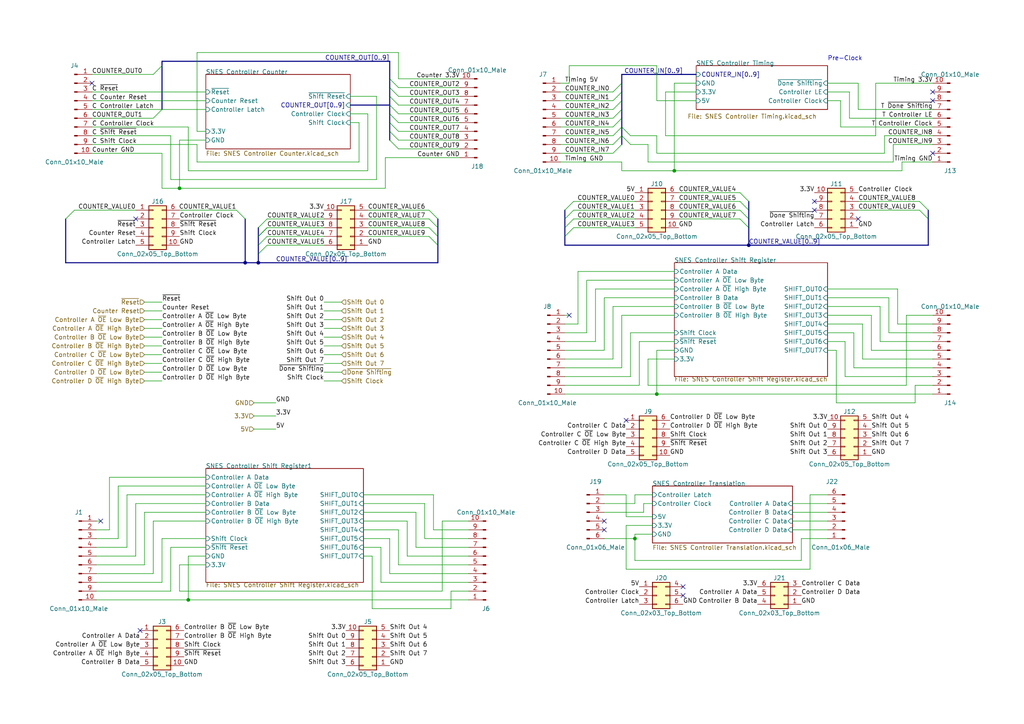
<source format=kicad_sch>
(kicad_sch (version 20211123) (generator eeschema)

  (uuid 8b550f68-7124-4893-aca9-14a3e63d5e44)

  (paper "A4")

  (lib_symbols
    (symbol "Connector:Conn_01x06_Male" (pin_names (offset 1.016) hide) (in_bom yes) (on_board yes)
      (property "Reference" "J" (id 0) (at 0 7.62 0)
        (effects (font (size 1.27 1.27)))
      )
      (property "Value" "Conn_01x06_Male" (id 1) (at 0 -10.16 0)
        (effects (font (size 1.27 1.27)))
      )
      (property "Footprint" "" (id 2) (at 0 0 0)
        (effects (font (size 1.27 1.27)) hide)
      )
      (property "Datasheet" "~" (id 3) (at 0 0 0)
        (effects (font (size 1.27 1.27)) hide)
      )
      (property "ki_keywords" "connector" (id 4) (at 0 0 0)
        (effects (font (size 1.27 1.27)) hide)
      )
      (property "ki_description" "Generic connector, single row, 01x06, script generated (kicad-library-utils/schlib/autogen/connector/)" (id 5) (at 0 0 0)
        (effects (font (size 1.27 1.27)) hide)
      )
      (property "ki_fp_filters" "Connector*:*_1x??_*" (id 6) (at 0 0 0)
        (effects (font (size 1.27 1.27)) hide)
      )
      (symbol "Conn_01x06_Male_1_1"
        (polyline
          (pts
            (xy 1.27 -7.62)
            (xy 0.8636 -7.62)
          )
          (stroke (width 0.1524) (type default) (color 0 0 0 0))
          (fill (type none))
        )
        (polyline
          (pts
            (xy 1.27 -5.08)
            (xy 0.8636 -5.08)
          )
          (stroke (width 0.1524) (type default) (color 0 0 0 0))
          (fill (type none))
        )
        (polyline
          (pts
            (xy 1.27 -2.54)
            (xy 0.8636 -2.54)
          )
          (stroke (width 0.1524) (type default) (color 0 0 0 0))
          (fill (type none))
        )
        (polyline
          (pts
            (xy 1.27 0)
            (xy 0.8636 0)
          )
          (stroke (width 0.1524) (type default) (color 0 0 0 0))
          (fill (type none))
        )
        (polyline
          (pts
            (xy 1.27 2.54)
            (xy 0.8636 2.54)
          )
          (stroke (width 0.1524) (type default) (color 0 0 0 0))
          (fill (type none))
        )
        (polyline
          (pts
            (xy 1.27 5.08)
            (xy 0.8636 5.08)
          )
          (stroke (width 0.1524) (type default) (color 0 0 0 0))
          (fill (type none))
        )
        (rectangle (start 0.8636 -7.493) (end 0 -7.747)
          (stroke (width 0.1524) (type default) (color 0 0 0 0))
          (fill (type outline))
        )
        (rectangle (start 0.8636 -4.953) (end 0 -5.207)
          (stroke (width 0.1524) (type default) (color 0 0 0 0))
          (fill (type outline))
        )
        (rectangle (start 0.8636 -2.413) (end 0 -2.667)
          (stroke (width 0.1524) (type default) (color 0 0 0 0))
          (fill (type outline))
        )
        (rectangle (start 0.8636 0.127) (end 0 -0.127)
          (stroke (width 0.1524) (type default) (color 0 0 0 0))
          (fill (type outline))
        )
        (rectangle (start 0.8636 2.667) (end 0 2.413)
          (stroke (width 0.1524) (type default) (color 0 0 0 0))
          (fill (type outline))
        )
        (rectangle (start 0.8636 5.207) (end 0 4.953)
          (stroke (width 0.1524) (type default) (color 0 0 0 0))
          (fill (type outline))
        )
        (pin passive line (at 5.08 5.08 180) (length 3.81)
          (name "Pin_1" (effects (font (size 1.27 1.27))))
          (number "1" (effects (font (size 1.27 1.27))))
        )
        (pin passive line (at 5.08 2.54 180) (length 3.81)
          (name "Pin_2" (effects (font (size 1.27 1.27))))
          (number "2" (effects (font (size 1.27 1.27))))
        )
        (pin passive line (at 5.08 0 180) (length 3.81)
          (name "Pin_3" (effects (font (size 1.27 1.27))))
          (number "3" (effects (font (size 1.27 1.27))))
        )
        (pin passive line (at 5.08 -2.54 180) (length 3.81)
          (name "Pin_4" (effects (font (size 1.27 1.27))))
          (number "4" (effects (font (size 1.27 1.27))))
        )
        (pin passive line (at 5.08 -5.08 180) (length 3.81)
          (name "Pin_5" (effects (font (size 1.27 1.27))))
          (number "5" (effects (font (size 1.27 1.27))))
        )
        (pin passive line (at 5.08 -7.62 180) (length 3.81)
          (name "Pin_6" (effects (font (size 1.27 1.27))))
          (number "6" (effects (font (size 1.27 1.27))))
        )
      )
    )
    (symbol "Connector:Conn_01x10_Male" (pin_names (offset 1.016) hide) (in_bom yes) (on_board yes)
      (property "Reference" "J" (id 0) (at 0 12.7 0)
        (effects (font (size 1.27 1.27)))
      )
      (property "Value" "Conn_01x10_Male" (id 1) (at 0 -15.24 0)
        (effects (font (size 1.27 1.27)))
      )
      (property "Footprint" "" (id 2) (at 0 0 0)
        (effects (font (size 1.27 1.27)) hide)
      )
      (property "Datasheet" "~" (id 3) (at 0 0 0)
        (effects (font (size 1.27 1.27)) hide)
      )
      (property "ki_keywords" "connector" (id 4) (at 0 0 0)
        (effects (font (size 1.27 1.27)) hide)
      )
      (property "ki_description" "Generic connector, single row, 01x10, script generated (kicad-library-utils/schlib/autogen/connector/)" (id 5) (at 0 0 0)
        (effects (font (size 1.27 1.27)) hide)
      )
      (property "ki_fp_filters" "Connector*:*_1x??_*" (id 6) (at 0 0 0)
        (effects (font (size 1.27 1.27)) hide)
      )
      (symbol "Conn_01x10_Male_1_1"
        (polyline
          (pts
            (xy 1.27 -12.7)
            (xy 0.8636 -12.7)
          )
          (stroke (width 0.1524) (type default) (color 0 0 0 0))
          (fill (type none))
        )
        (polyline
          (pts
            (xy 1.27 -10.16)
            (xy 0.8636 -10.16)
          )
          (stroke (width 0.1524) (type default) (color 0 0 0 0))
          (fill (type none))
        )
        (polyline
          (pts
            (xy 1.27 -7.62)
            (xy 0.8636 -7.62)
          )
          (stroke (width 0.1524) (type default) (color 0 0 0 0))
          (fill (type none))
        )
        (polyline
          (pts
            (xy 1.27 -5.08)
            (xy 0.8636 -5.08)
          )
          (stroke (width 0.1524) (type default) (color 0 0 0 0))
          (fill (type none))
        )
        (polyline
          (pts
            (xy 1.27 -2.54)
            (xy 0.8636 -2.54)
          )
          (stroke (width 0.1524) (type default) (color 0 0 0 0))
          (fill (type none))
        )
        (polyline
          (pts
            (xy 1.27 0)
            (xy 0.8636 0)
          )
          (stroke (width 0.1524) (type default) (color 0 0 0 0))
          (fill (type none))
        )
        (polyline
          (pts
            (xy 1.27 2.54)
            (xy 0.8636 2.54)
          )
          (stroke (width 0.1524) (type default) (color 0 0 0 0))
          (fill (type none))
        )
        (polyline
          (pts
            (xy 1.27 5.08)
            (xy 0.8636 5.08)
          )
          (stroke (width 0.1524) (type default) (color 0 0 0 0))
          (fill (type none))
        )
        (polyline
          (pts
            (xy 1.27 7.62)
            (xy 0.8636 7.62)
          )
          (stroke (width 0.1524) (type default) (color 0 0 0 0))
          (fill (type none))
        )
        (polyline
          (pts
            (xy 1.27 10.16)
            (xy 0.8636 10.16)
          )
          (stroke (width 0.1524) (type default) (color 0 0 0 0))
          (fill (type none))
        )
        (rectangle (start 0.8636 -12.573) (end 0 -12.827)
          (stroke (width 0.1524) (type default) (color 0 0 0 0))
          (fill (type outline))
        )
        (rectangle (start 0.8636 -10.033) (end 0 -10.287)
          (stroke (width 0.1524) (type default) (color 0 0 0 0))
          (fill (type outline))
        )
        (rectangle (start 0.8636 -7.493) (end 0 -7.747)
          (stroke (width 0.1524) (type default) (color 0 0 0 0))
          (fill (type outline))
        )
        (rectangle (start 0.8636 -4.953) (end 0 -5.207)
          (stroke (width 0.1524) (type default) (color 0 0 0 0))
          (fill (type outline))
        )
        (rectangle (start 0.8636 -2.413) (end 0 -2.667)
          (stroke (width 0.1524) (type default) (color 0 0 0 0))
          (fill (type outline))
        )
        (rectangle (start 0.8636 0.127) (end 0 -0.127)
          (stroke (width 0.1524) (type default) (color 0 0 0 0))
          (fill (type outline))
        )
        (rectangle (start 0.8636 2.667) (end 0 2.413)
          (stroke (width 0.1524) (type default) (color 0 0 0 0))
          (fill (type outline))
        )
        (rectangle (start 0.8636 5.207) (end 0 4.953)
          (stroke (width 0.1524) (type default) (color 0 0 0 0))
          (fill (type outline))
        )
        (rectangle (start 0.8636 7.747) (end 0 7.493)
          (stroke (width 0.1524) (type default) (color 0 0 0 0))
          (fill (type outline))
        )
        (rectangle (start 0.8636 10.287) (end 0 10.033)
          (stroke (width 0.1524) (type default) (color 0 0 0 0))
          (fill (type outline))
        )
        (pin passive line (at 5.08 10.16 180) (length 3.81)
          (name "Pin_1" (effects (font (size 1.27 1.27))))
          (number "1" (effects (font (size 1.27 1.27))))
        )
        (pin passive line (at 5.08 -12.7 180) (length 3.81)
          (name "Pin_10" (effects (font (size 1.27 1.27))))
          (number "10" (effects (font (size 1.27 1.27))))
        )
        (pin passive line (at 5.08 7.62 180) (length 3.81)
          (name "Pin_2" (effects (font (size 1.27 1.27))))
          (number "2" (effects (font (size 1.27 1.27))))
        )
        (pin passive line (at 5.08 5.08 180) (length 3.81)
          (name "Pin_3" (effects (font (size 1.27 1.27))))
          (number "3" (effects (font (size 1.27 1.27))))
        )
        (pin passive line (at 5.08 2.54 180) (length 3.81)
          (name "Pin_4" (effects (font (size 1.27 1.27))))
          (number "4" (effects (font (size 1.27 1.27))))
        )
        (pin passive line (at 5.08 0 180) (length 3.81)
          (name "Pin_5" (effects (font (size 1.27 1.27))))
          (number "5" (effects (font (size 1.27 1.27))))
        )
        (pin passive line (at 5.08 -2.54 180) (length 3.81)
          (name "Pin_6" (effects (font (size 1.27 1.27))))
          (number "6" (effects (font (size 1.27 1.27))))
        )
        (pin passive line (at 5.08 -5.08 180) (length 3.81)
          (name "Pin_7" (effects (font (size 1.27 1.27))))
          (number "7" (effects (font (size 1.27 1.27))))
        )
        (pin passive line (at 5.08 -7.62 180) (length 3.81)
          (name "Pin_8" (effects (font (size 1.27 1.27))))
          (number "8" (effects (font (size 1.27 1.27))))
        )
        (pin passive line (at 5.08 -10.16 180) (length 3.81)
          (name "Pin_9" (effects (font (size 1.27 1.27))))
          (number "9" (effects (font (size 1.27 1.27))))
        )
      )
    )
    (symbol "Connector_Generic:Conn_02x03_Top_Bottom" (pin_names (offset 1.016) hide) (in_bom yes) (on_board yes)
      (property "Reference" "J" (id 0) (at 1.27 5.08 0)
        (effects (font (size 1.27 1.27)))
      )
      (property "Value" "Conn_02x03_Top_Bottom" (id 1) (at 1.27 -5.08 0)
        (effects (font (size 1.27 1.27)))
      )
      (property "Footprint" "" (id 2) (at 0 0 0)
        (effects (font (size 1.27 1.27)) hide)
      )
      (property "Datasheet" "~" (id 3) (at 0 0 0)
        (effects (font (size 1.27 1.27)) hide)
      )
      (property "ki_keywords" "connector" (id 4) (at 0 0 0)
        (effects (font (size 1.27 1.27)) hide)
      )
      (property "ki_description" "Generic connector, double row, 02x03, top/bottom pin numbering scheme (row 1: 1...pins_per_row, row2: pins_per_row+1 ... num_pins), script generated (kicad-library-utils/schlib/autogen/connector/)" (id 5) (at 0 0 0)
        (effects (font (size 1.27 1.27)) hide)
      )
      (property "ki_fp_filters" "Connector*:*_2x??_*" (id 6) (at 0 0 0)
        (effects (font (size 1.27 1.27)) hide)
      )
      (symbol "Conn_02x03_Top_Bottom_1_1"
        (rectangle (start -1.27 -2.413) (end 0 -2.667)
          (stroke (width 0.1524) (type default) (color 0 0 0 0))
          (fill (type none))
        )
        (rectangle (start -1.27 0.127) (end 0 -0.127)
          (stroke (width 0.1524) (type default) (color 0 0 0 0))
          (fill (type none))
        )
        (rectangle (start -1.27 2.667) (end 0 2.413)
          (stroke (width 0.1524) (type default) (color 0 0 0 0))
          (fill (type none))
        )
        (rectangle (start -1.27 3.81) (end 3.81 -3.81)
          (stroke (width 0.254) (type default) (color 0 0 0 0))
          (fill (type background))
        )
        (rectangle (start 3.81 -2.413) (end 2.54 -2.667)
          (stroke (width 0.1524) (type default) (color 0 0 0 0))
          (fill (type none))
        )
        (rectangle (start 3.81 0.127) (end 2.54 -0.127)
          (stroke (width 0.1524) (type default) (color 0 0 0 0))
          (fill (type none))
        )
        (rectangle (start 3.81 2.667) (end 2.54 2.413)
          (stroke (width 0.1524) (type default) (color 0 0 0 0))
          (fill (type none))
        )
        (pin passive line (at -5.08 2.54 0) (length 3.81)
          (name "Pin_1" (effects (font (size 1.27 1.27))))
          (number "1" (effects (font (size 1.27 1.27))))
        )
        (pin passive line (at -5.08 0 0) (length 3.81)
          (name "Pin_2" (effects (font (size 1.27 1.27))))
          (number "2" (effects (font (size 1.27 1.27))))
        )
        (pin passive line (at -5.08 -2.54 0) (length 3.81)
          (name "Pin_3" (effects (font (size 1.27 1.27))))
          (number "3" (effects (font (size 1.27 1.27))))
        )
        (pin passive line (at 7.62 2.54 180) (length 3.81)
          (name "Pin_4" (effects (font (size 1.27 1.27))))
          (number "4" (effects (font (size 1.27 1.27))))
        )
        (pin passive line (at 7.62 0 180) (length 3.81)
          (name "Pin_5" (effects (font (size 1.27 1.27))))
          (number "5" (effects (font (size 1.27 1.27))))
        )
        (pin passive line (at 7.62 -2.54 180) (length 3.81)
          (name "Pin_6" (effects (font (size 1.27 1.27))))
          (number "6" (effects (font (size 1.27 1.27))))
        )
      )
    )
    (symbol "Connector_Generic:Conn_02x05_Top_Bottom" (pin_names (offset 1.016) hide) (in_bom yes) (on_board yes)
      (property "Reference" "J" (id 0) (at 1.27 7.62 0)
        (effects (font (size 1.27 1.27)))
      )
      (property "Value" "Conn_02x05_Top_Bottom" (id 1) (at 1.27 -7.62 0)
        (effects (font (size 1.27 1.27)))
      )
      (property "Footprint" "" (id 2) (at 0 0 0)
        (effects (font (size 1.27 1.27)) hide)
      )
      (property "Datasheet" "~" (id 3) (at 0 0 0)
        (effects (font (size 1.27 1.27)) hide)
      )
      (property "ki_keywords" "connector" (id 4) (at 0 0 0)
        (effects (font (size 1.27 1.27)) hide)
      )
      (property "ki_description" "Generic connector, double row, 02x05, top/bottom pin numbering scheme (row 1: 1...pins_per_row, row2: pins_per_row+1 ... num_pins), script generated (kicad-library-utils/schlib/autogen/connector/)" (id 5) (at 0 0 0)
        (effects (font (size 1.27 1.27)) hide)
      )
      (property "ki_fp_filters" "Connector*:*_2x??_*" (id 6) (at 0 0 0)
        (effects (font (size 1.27 1.27)) hide)
      )
      (symbol "Conn_02x05_Top_Bottom_1_1"
        (rectangle (start -1.27 -4.953) (end 0 -5.207)
          (stroke (width 0.1524) (type default) (color 0 0 0 0))
          (fill (type none))
        )
        (rectangle (start -1.27 -2.413) (end 0 -2.667)
          (stroke (width 0.1524) (type default) (color 0 0 0 0))
          (fill (type none))
        )
        (rectangle (start -1.27 0.127) (end 0 -0.127)
          (stroke (width 0.1524) (type default) (color 0 0 0 0))
          (fill (type none))
        )
        (rectangle (start -1.27 2.667) (end 0 2.413)
          (stroke (width 0.1524) (type default) (color 0 0 0 0))
          (fill (type none))
        )
        (rectangle (start -1.27 5.207) (end 0 4.953)
          (stroke (width 0.1524) (type default) (color 0 0 0 0))
          (fill (type none))
        )
        (rectangle (start -1.27 6.35) (end 3.81 -6.35)
          (stroke (width 0.254) (type default) (color 0 0 0 0))
          (fill (type background))
        )
        (rectangle (start 3.81 -4.953) (end 2.54 -5.207)
          (stroke (width 0.1524) (type default) (color 0 0 0 0))
          (fill (type none))
        )
        (rectangle (start 3.81 -2.413) (end 2.54 -2.667)
          (stroke (width 0.1524) (type default) (color 0 0 0 0))
          (fill (type none))
        )
        (rectangle (start 3.81 0.127) (end 2.54 -0.127)
          (stroke (width 0.1524) (type default) (color 0 0 0 0))
          (fill (type none))
        )
        (rectangle (start 3.81 2.667) (end 2.54 2.413)
          (stroke (width 0.1524) (type default) (color 0 0 0 0))
          (fill (type none))
        )
        (rectangle (start 3.81 5.207) (end 2.54 4.953)
          (stroke (width 0.1524) (type default) (color 0 0 0 0))
          (fill (type none))
        )
        (pin passive line (at -5.08 5.08 0) (length 3.81)
          (name "Pin_1" (effects (font (size 1.27 1.27))))
          (number "1" (effects (font (size 1.27 1.27))))
        )
        (pin passive line (at 7.62 -5.08 180) (length 3.81)
          (name "Pin_10" (effects (font (size 1.27 1.27))))
          (number "10" (effects (font (size 1.27 1.27))))
        )
        (pin passive line (at -5.08 2.54 0) (length 3.81)
          (name "Pin_2" (effects (font (size 1.27 1.27))))
          (number "2" (effects (font (size 1.27 1.27))))
        )
        (pin passive line (at -5.08 0 0) (length 3.81)
          (name "Pin_3" (effects (font (size 1.27 1.27))))
          (number "3" (effects (font (size 1.27 1.27))))
        )
        (pin passive line (at -5.08 -2.54 0) (length 3.81)
          (name "Pin_4" (effects (font (size 1.27 1.27))))
          (number "4" (effects (font (size 1.27 1.27))))
        )
        (pin passive line (at -5.08 -5.08 0) (length 3.81)
          (name "Pin_5" (effects (font (size 1.27 1.27))))
          (number "5" (effects (font (size 1.27 1.27))))
        )
        (pin passive line (at 7.62 5.08 180) (length 3.81)
          (name "Pin_6" (effects (font (size 1.27 1.27))))
          (number "6" (effects (font (size 1.27 1.27))))
        )
        (pin passive line (at 7.62 2.54 180) (length 3.81)
          (name "Pin_7" (effects (font (size 1.27 1.27))))
          (number "7" (effects (font (size 1.27 1.27))))
        )
        (pin passive line (at 7.62 0 180) (length 3.81)
          (name "Pin_8" (effects (font (size 1.27 1.27))))
          (number "8" (effects (font (size 1.27 1.27))))
        )
        (pin passive line (at 7.62 -2.54 180) (length 3.81)
          (name "Pin_9" (effects (font (size 1.27 1.27))))
          (number "9" (effects (font (size 1.27 1.27))))
        )
      )
    )
  )

  (junction (at 71.12 76.2) (diameter 0) (color 0 0 0 0)
    (uuid 12fb90df-6146-44eb-918b-36cc9f925f34)
  )
  (junction (at 184.15 156.21) (diameter 0) (color 0 0 0 0)
    (uuid 2825a359-63fa-4555-8fba-ca5b93be9953)
  )
  (junction (at 52.07 54.61) (diameter 0) (color 0 0 0 0)
    (uuid 55ff5835-1f73-422f-813b-ea7786effd18)
  )
  (junction (at 74.93 76.2) (diameter 0) (color 0 0 0 0)
    (uuid 76700bd4-518a-414e-87a6-aa873cb58d46)
  )
  (junction (at 217.17 71.12) (diameter 0) (color 0 0 0 0)
    (uuid 8a3f85a2-d6d1-4e9b-a411-8953d5f49634)
  )
  (junction (at 195.58 49.53) (diameter 0) (color 0 0 0 0)
    (uuid 9e28abaf-c4d8-4644-bb3a-aaa223fd4652)
  )
  (junction (at 190.5 114.3) (diameter 0) (color 0 0 0 0)
    (uuid b1009830-cad3-403a-bde6-5cc9a4b90fb2)
  )
  (junction (at 54.61 173.99) (diameter 0) (color 0 0 0 0)
    (uuid d59e3b46-d333-496b-92ef-c4ccb9b6a39d)
  )

  (no_connect (at 198.12 172.72) (uuid 4bad2a3d-f064-486c-84a9-ca426714fce8))
  (no_connect (at 198.12 170.18) (uuid 4bad2a3d-f064-486c-84a9-ca426714fce9))
  (no_connect (at 165.1 91.44) (uuid 6cce322d-2f4a-4b08-b03a-18f638ef22a2))
  (no_connect (at 270.51 26.67) (uuid 82bbf9f5-bd64-44db-b9f5-f789499f9115))
  (no_connect (at 26.67 24.13) (uuid 867ed868-6945-4e60-a18f-cfa8d0bc71b8))
  (no_connect (at 236.22 58.42) (uuid 86bdb7ff-b183-4320-9105-a2f3ae295a74))
  (no_connect (at 236.22 60.96) (uuid ba24ad07-871b-41fe-a9bc-b3090fed5cb7))
  (no_connect (at 29.21 151.13) (uuid d45bd2ef-ff41-4ed7-a07e-af3b1977d8e0))
  (no_connect (at 39.37 63.5) (uuid e243b163-c599-4b0c-aa0e-7b31b7cadd56))
  (no_connect (at 175.26 151.13) (uuid ef67ce31-0971-413e-8446-9c8e21b78e4a))
  (no_connect (at 175.26 153.67) (uuid ef67ce31-0971-413e-8446-9c8e21b78e4b))
  (no_connect (at 248.92 63.5) (uuid f538f848-3dd6-4634-8af2-143c29273e2b))
  (no_connect (at 270.51 44.45) (uuid fe60fc69-74f7-43a8-b7c1-ada64be74844))
  (no_connect (at 181.61 121.92) (uuid ff73d2c1-4ebd-4cba-832b-13a49ff7b348))
  (no_connect (at 40.64 182.88) (uuid ff73d2c1-4ebd-4cba-832b-13a49ff7b349))
  (no_connect (at 270.51 29.21) (uuid ff934939-1427-414d-86e2-49578ac41ae7))

  (bus_entry (at 74.93 68.58) (size 2.54 -2.54)
    (stroke (width 0) (type default) (color 0 0 0 0))
    (uuid 0068d587-59c7-41f4-a2f6-4716cdc15806)
  )
  (bus_entry (at 44.45 34.29) (size 2.54 -2.54)
    (stroke (width 0) (type default) (color 0 0 0 0))
    (uuid 00806eef-5bb7-46d9-a37e-330a8915808c)
  )
  (bus_entry (at 113.03 33.02) (size 2.54 2.54)
    (stroke (width 0) (type default) (color 0 0 0 0))
    (uuid 084867e5-0a99-4879-8962-3fb6f9a6084c)
  )
  (bus_entry (at 177.8 36.83) (size 2.54 -2.54)
    (stroke (width 0) (type default) (color 0 0 0 0))
    (uuid 0af77dd0-8d50-4087-8653-043838275e8f)
  )
  (bus_entry (at 180.34 41.91) (size -2.54 2.54)
    (stroke (width 0) (type default) (color 0 0 0 0))
    (uuid 0ca68bbd-02f1-4acf-ac60-a261d29c8c88)
  )
  (bus_entry (at 177.8 31.75) (size 2.54 -2.54)
    (stroke (width 0) (type default) (color 0 0 0 0))
    (uuid 2c22d6a7-9cc7-4b1a-9f95-64a7b2b5c244)
  )
  (bus_entry (at 124.46 60.96) (size 2.54 2.54)
    (stroke (width 0) (type default) (color 0 0 0 0))
    (uuid 2e2e5109-598a-41e5-b576-b6911364cd87)
  )
  (bus_entry (at 214.63 63.5) (size 2.54 2.54)
    (stroke (width 0) (type default) (color 0 0 0 0))
    (uuid 33355e7a-bdad-4c5e-9a72-f8e88287314d)
  )
  (bus_entry (at 124.46 66.04) (size 2.54 2.54)
    (stroke (width 0) (type default) (color 0 0 0 0))
    (uuid 3926f658-b9b5-4005-ace1-44f9acde507c)
  )
  (bus_entry (at 266.7 58.42) (size 2.54 2.54)
    (stroke (width 0) (type default) (color 0 0 0 0))
    (uuid 3cc0a98e-87b7-44d5-ad10-1c74cbef3169)
  )
  (bus_entry (at 266.7 60.96) (size 2.54 2.54)
    (stroke (width 0) (type default) (color 0 0 0 0))
    (uuid 3cd4922e-6c73-4b53-93f7-4586d95a6608)
  )
  (bus_entry (at 115.57 30.48) (size -2.54 -2.54)
    (stroke (width 0) (type default) (color 0 0 0 0))
    (uuid 4243b7ca-6971-460f-946f-769cd7ced873)
  )
  (bus_entry (at 180.34 39.37) (size 2.54 2.54)
    (stroke (width 0) (type default) (color 0 0 0 0))
    (uuid 435b1159-3910-4c20-abde-77defceaad63)
  )
  (bus_entry (at 115.57 25.4) (size -2.54 -2.54)
    (stroke (width 0) (type default) (color 0 0 0 0))
    (uuid 46680013-a071-4c56-b874-6eafa89ab2f3)
  )
  (bus_entry (at 177.8 29.21) (size 2.54 -2.54)
    (stroke (width 0) (type default) (color 0 0 0 0))
    (uuid 4c8dad4a-392b-4d4d-bcaf-c3d035a31bd0)
  )
  (bus_entry (at 74.93 73.66) (size 2.54 -2.54)
    (stroke (width 0) (type default) (color 0 0 0 0))
    (uuid 54d69e97-f940-46ae-8662-3a15059a9bdf)
  )
  (bus_entry (at 115.57 40.64) (size -2.54 -2.54)
    (stroke (width 0) (type default) (color 0 0 0 0))
    (uuid 572500e9-1866-4aed-9ac1-6343705399e2)
  )
  (bus_entry (at 177.8 41.91) (size 2.54 -2.54)
    (stroke (width 0) (type default) (color 0 0 0 0))
    (uuid 5cf706f0-0d1d-4db8-9159-d3c746d0ce7a)
  )
  (bus_entry (at 68.58 60.96) (size 2.54 2.54)
    (stroke (width 0) (type default) (color 0 0 0 0))
    (uuid 621cbccc-55d0-4795-86c5-25251da31c9f)
  )
  (bus_entry (at 115.57 33.02) (size -2.54 -2.54)
    (stroke (width 0) (type default) (color 0 0 0 0))
    (uuid 76e0597b-f417-4871-bf7c-bb9d6f0746b8)
  )
  (bus_entry (at 214.63 58.42) (size 2.54 2.54)
    (stroke (width 0) (type default) (color 0 0 0 0))
    (uuid 7c5643a2-7bc9-4e8a-bc07-0aa4e333e782)
  )
  (bus_entry (at 115.57 38.1) (size -2.54 -2.54)
    (stroke (width 0) (type default) (color 0 0 0 0))
    (uuid 7f5bbd71-180c-4d13-965d-046ee700ec26)
  )
  (bus_entry (at 163.83 68.58) (size 2.54 -2.54)
    (stroke (width 0) (type default) (color 0 0 0 0))
    (uuid 800de866-755e-4820-9a2d-511273ff85bd)
  )
  (bus_entry (at 19.05 63.5) (size 2.54 -2.54)
    (stroke (width 0) (type default) (color 0 0 0 0))
    (uuid 88f1cf82-25cf-4077-b509-8ea1deb9feb0)
  )
  (bus_entry (at 74.93 68.58) (size 2.54 -2.54)
    (stroke (width 0) (type default) (color 0 0 0 0))
    (uuid 8a2e4bd6-4380-4116-bf3a-eafd9388c59d)
  )
  (bus_entry (at 177.8 34.29) (size 2.54 -2.54)
    (stroke (width 0) (type default) (color 0 0 0 0))
    (uuid 8fb31cd5-21fc-4c8f-8f0f-7d20517fd4c7)
  )
  (bus_entry (at 214.63 60.96) (size 2.54 2.54)
    (stroke (width 0) (type default) (color 0 0 0 0))
    (uuid 930457a8-a92c-4a39-b459-58f9b7d9ae10)
  )
  (bus_entry (at 177.8 26.67) (size 2.54 -2.54)
    (stroke (width 0) (type default) (color 0 0 0 0))
    (uuid 969b6a72-bc85-46f1-85ff-80d0dc0a1eef)
  )
  (bus_entry (at 113.03 40.64) (size 2.54 2.54)
    (stroke (width 0) (type default) (color 0 0 0 0))
    (uuid 9bc00f09-58ce-45b1-a1e1-cf3abc5bcfbf)
  )
  (bus_entry (at 163.83 66.04) (size 2.54 -2.54)
    (stroke (width 0) (type default) (color 0 0 0 0))
    (uuid 9f989ba6-7d89-4578-a209-d6cf04e6a04e)
  )
  (bus_entry (at 44.45 21.59) (size 2.54 -2.54)
    (stroke (width 0) (type default) (color 0 0 0 0))
    (uuid a68b39d4-a565-4f51-8f42-8097ef7a4f51)
  )
  (bus_entry (at 124.46 68.58) (size 2.54 2.54)
    (stroke (width 0) (type default) (color 0 0 0 0))
    (uuid a6d02439-77ec-4d92-9416-6d07022c9069)
  )
  (bus_entry (at 180.34 36.83) (size 2.54 2.54)
    (stroke (width 0) (type default) (color 0 0 0 0))
    (uuid a7e05469-1273-4de9-974c-273e9e5ae5b8)
  )
  (bus_entry (at 177.8 39.37) (size 2.54 -2.54)
    (stroke (width 0) (type default) (color 0 0 0 0))
    (uuid ab5471a1-5e7c-4749-9252-a91b3274309c)
  )
  (bus_entry (at 163.83 60.96) (size 2.54 -2.54)
    (stroke (width 0) (type default) (color 0 0 0 0))
    (uuid acca401a-d552-40eb-bf7c-dcd542dce248)
  )
  (bus_entry (at 115.57 27.94) (size -2.54 -2.54)
    (stroke (width 0) (type default) (color 0 0 0 0))
    (uuid b7e4f24a-fdc9-4241-b03e-3723f31e1b5e)
  )
  (bus_entry (at 74.93 71.12) (size 2.54 -2.54)
    (stroke (width 0) (type default) (color 0 0 0 0))
    (uuid ba0dd9a5-9b76-4508-9669-1998191d02a7)
  )
  (bus_entry (at 163.83 63.5) (size 2.54 -2.54)
    (stroke (width 0) (type default) (color 0 0 0 0))
    (uuid bf85e3ce-34d7-4617-850d-c595d27d7e9d)
  )
  (bus_entry (at 214.63 55.88) (size 2.54 2.54)
    (stroke (width 0) (type default) (color 0 0 0 0))
    (uuid c77362ec-9345-4357-8361-1c417e876bd1)
  )
  (bus_entry (at 74.93 66.04) (size 2.54 -2.54)
    (stroke (width 0) (type default) (color 0 0 0 0))
    (uuid c8de2cc4-0611-4750-aa44-3ed426c9777e)
  )
  (bus_entry (at 124.46 63.5) (size 2.54 2.54)
    (stroke (width 0) (type default) (color 0 0 0 0))
    (uuid fb2e120e-5e39-4cc4-bff3-d51a30c98455)
  )

  (wire (pts (xy 181.61 143.51) (xy 181.61 149.86))
    (stroke (width 0) (type default) (color 0 0 0 0))
    (uuid 0040fe72-2198-409f-a0dd-a71a77b6cfc1)
  )
  (wire (pts (xy 36.83 143.51) (xy 59.69 143.51))
    (stroke (width 0) (type default) (color 0 0 0 0))
    (uuid 025d9e10-9aa0-46da-b392-433195fb5b93)
  )
  (wire (pts (xy 162.56 36.83) (xy 177.8 36.83))
    (stroke (width 0) (type default) (color 0 0 0 0))
    (uuid 03cedb8d-b3c1-4baa-b9aa-2d77d8431c09)
  )
  (bus (pts (xy 127 63.5) (xy 127 66.04))
    (stroke (width 0) (type default) (color 0 0 0 0))
    (uuid 0416877c-7a50-4159-af94-3b4fe6af8115)
  )

  (wire (pts (xy 162.56 26.67) (xy 177.8 26.67))
    (stroke (width 0) (type default) (color 0 0 0 0))
    (uuid 057a1f90-e57d-4636-a71e-553afc3be3c9)
  )
  (wire (pts (xy 165.1 24.13) (xy 162.56 24.13))
    (stroke (width 0) (type default) (color 0 0 0 0))
    (uuid 0580a000-4bba-4541-a375-0ccdb39921cd)
  )
  (wire (pts (xy 93.98 107.95) (xy 99.06 107.95))
    (stroke (width 0) (type default) (color 0 0 0 0))
    (uuid 05c4dc32-b923-403c-ab80-23cb227e72e1)
  )
  (wire (pts (xy 41.91 110.49) (xy 46.99 110.49))
    (stroke (width 0) (type default) (color 0 0 0 0))
    (uuid 05e36163-cb65-4662-8514-97961571bc31)
  )
  (wire (pts (xy 77.47 66.04) (xy 93.98 66.04))
    (stroke (width 0) (type default) (color 0 0 0 0))
    (uuid 05eb5a3a-9c80-46ab-8861-85776df175f2)
  )
  (bus (pts (xy 163.83 71.12) (xy 217.17 71.12))
    (stroke (width 0) (type default) (color 0 0 0 0))
    (uuid 07f645b5-5ccf-4157-8ddc-fe894d1e1f69)
  )

  (wire (pts (xy 46.99 31.75) (xy 59.69 31.75))
    (stroke (width 0) (type default) (color 0 0 0 0))
    (uuid 093780d9-187d-481f-9ede-ed7639ec21a4)
  )
  (wire (pts (xy 41.91 90.17) (xy 46.99 90.17))
    (stroke (width 0) (type default) (color 0 0 0 0))
    (uuid 0a28f5e8-f96e-44eb-a0cc-a494922c7e1e)
  )
  (wire (pts (xy 41.91 95.25) (xy 46.99 95.25))
    (stroke (width 0) (type default) (color 0 0 0 0))
    (uuid 0a3772ef-7c30-4000-a323-8c17c27cec05)
  )
  (wire (pts (xy 125.73 143.51) (xy 125.73 153.67))
    (stroke (width 0) (type default) (color 0 0 0 0))
    (uuid 0bdf425e-cdd9-41b0-a996-80d236eaff2c)
  )
  (wire (pts (xy 44.45 151.13) (xy 59.69 151.13))
    (stroke (width 0) (type default) (color 0 0 0 0))
    (uuid 0d38420d-0396-4ce5-b632-9a18840447fd)
  )
  (wire (pts (xy 93.98 87.63) (xy 99.06 87.63))
    (stroke (width 0) (type default) (color 0 0 0 0))
    (uuid 0d7f323e-a614-4a2d-bf79-2bb4aceadb13)
  )
  (bus (pts (xy 269.24 63.5) (xy 269.24 71.12))
    (stroke (width 0) (type default) (color 0 0 0 0))
    (uuid 0de581ac-0832-47c4-b18a-ae0512e841e0)
  )

  (wire (pts (xy 106.68 66.04) (xy 124.46 66.04))
    (stroke (width 0) (type default) (color 0 0 0 0))
    (uuid 0dec6d2e-695a-4c3a-b305-5828b0179b14)
  )
  (wire (pts (xy 104.14 46.99) (xy 57.15 46.99))
    (stroke (width 0) (type default) (color 0 0 0 0))
    (uuid 0e5f2c4a-1294-4c0f-a283-649b24e2d1ba)
  )
  (bus (pts (xy 163.83 68.58) (xy 163.83 66.04))
    (stroke (width 0) (type default) (color 0 0 0 0))
    (uuid 0fd00d7f-9be9-4d09-a51d-e1c2016b8679)
  )

  (wire (pts (xy 57.15 38.1) (xy 57.15 15.24))
    (stroke (width 0) (type default) (color 0 0 0 0))
    (uuid 100683ac-4b6d-46d0-89e0-2089c8a10953)
  )
  (wire (pts (xy 255.27 88.9) (xy 240.03 88.9))
    (stroke (width 0) (type default) (color 0 0 0 0))
    (uuid 1006daba-6d02-4b9b-8454-6256a443a904)
  )
  (wire (pts (xy 187.96 104.14) (xy 187.96 111.76))
    (stroke (width 0) (type default) (color 0 0 0 0))
    (uuid 10b5a825-0c09-49c1-a21c-41554fef550a)
  )
  (wire (pts (xy 182.88 41.91) (xy 187.96 41.91))
    (stroke (width 0) (type default) (color 0 0 0 0))
    (uuid 1127a889-88b4-49ac-abd7-4940ea18ef6a)
  )
  (wire (pts (xy 93.98 110.49) (xy 99.06 110.49))
    (stroke (width 0) (type default) (color 0 0 0 0))
    (uuid 12ab9963-dd59-47a4-b6ba-c615242117a2)
  )
  (wire (pts (xy 113.03 156.21) (xy 105.41 156.21))
    (stroke (width 0) (type default) (color 0 0 0 0))
    (uuid 132de6d2-6318-4c70-af2e-350876f953e6)
  )
  (wire (pts (xy 162.56 41.91) (xy 177.8 41.91))
    (stroke (width 0) (type default) (color 0 0 0 0))
    (uuid 146266e6-2e06-489a-87ed-ce7c3873e16d)
  )
  (wire (pts (xy 177.8 104.14) (xy 163.83 104.14))
    (stroke (width 0) (type default) (color 0 0 0 0))
    (uuid 19bab633-950d-4ff8-8a0b-e56c7d775718)
  )
  (wire (pts (xy 250.19 93.98) (xy 250.19 104.14))
    (stroke (width 0) (type default) (color 0 0 0 0))
    (uuid 1a2ae5ed-82f3-4720-b8ab-74745e61f71e)
  )
  (wire (pts (xy 181.61 152.4) (xy 181.61 165.1))
    (stroke (width 0) (type default) (color 0 0 0 0))
    (uuid 1b8e1540-386a-4047-aa12-7f23c8a6dcb0)
  )
  (wire (pts (xy 52.07 171.45) (xy 128.27 171.45))
    (stroke (width 0) (type default) (color 0 0 0 0))
    (uuid 1cc8aa0a-5b8e-4f71-8e49-3155e6c9a048)
  )
  (wire (pts (xy 44.45 166.37) (xy 27.94 166.37))
    (stroke (width 0) (type default) (color 0 0 0 0))
    (uuid 1d3251ee-1e94-412f-af05-4e0f11087eb6)
  )
  (wire (pts (xy 240.03 26.67) (xy 246.38 26.67))
    (stroke (width 0) (type default) (color 0 0 0 0))
    (uuid 1e4a75a3-f474-4f32-80b4-e51e8b84d9a6)
  )
  (bus (pts (xy 113.03 27.94) (xy 113.03 25.4))
    (stroke (width 0) (type default) (color 0 0 0 0))
    (uuid 1f1b8eb8-0f76-4160-b764-d292d36f3f30)
  )

  (wire (pts (xy 105.41 151.13) (xy 118.11 151.13))
    (stroke (width 0) (type default) (color 0 0 0 0))
    (uuid 209b96db-b763-4b61-b059-fb5c75bf983c)
  )
  (wire (pts (xy 101.6 27.94) (xy 109.22 27.94))
    (stroke (width 0) (type default) (color 0 0 0 0))
    (uuid 20a53b4c-8c0b-4bfb-b261-a3a4d6d61259)
  )
  (wire (pts (xy 234.95 143.51) (xy 234.95 165.1))
    (stroke (width 0) (type default) (color 0 0 0 0))
    (uuid 23caa06e-72e6-4c0e-917d-a2d72537509b)
  )
  (wire (pts (xy 115.57 35.56) (xy 133.35 35.56))
    (stroke (width 0) (type default) (color 0 0 0 0))
    (uuid 27399654-aa4b-4dd9-9ef0-05f38437d3b9)
  )
  (wire (pts (xy 120.65 158.75) (xy 135.89 158.75))
    (stroke (width 0) (type default) (color 0 0 0 0))
    (uuid 27eea2f8-4395-4716-8c88-053aa94f6348)
  )
  (wire (pts (xy 106.68 49.53) (xy 54.61 49.53))
    (stroke (width 0) (type default) (color 0 0 0 0))
    (uuid 2a24c276-aac1-4a6d-bd11-729141c9578d)
  )
  (wire (pts (xy 165.1 19.05) (xy 165.1 24.13))
    (stroke (width 0) (type default) (color 0 0 0 0))
    (uuid 2be1b18f-e20d-4001-be7a-a146831ecfe3)
  )
  (wire (pts (xy 41.91 163.83) (xy 27.94 163.83))
    (stroke (width 0) (type default) (color 0 0 0 0))
    (uuid 2e4634bd-fb9d-4f57-8a1e-7a37273a9487)
  )
  (wire (pts (xy 181.61 165.1) (xy 234.95 165.1))
    (stroke (width 0) (type default) (color 0 0 0 0))
    (uuid 2faf1616-c9b2-4b11-aaef-51a77def97df)
  )
  (wire (pts (xy 59.69 161.29) (xy 54.61 161.29))
    (stroke (width 0) (type default) (color 0 0 0 0))
    (uuid 30aa8e51-668c-422c-8fc5-954a591b4b07)
  )
  (wire (pts (xy 175.26 143.51) (xy 181.61 143.51))
    (stroke (width 0) (type default) (color 0 0 0 0))
    (uuid 31b3fc4e-09cc-495f-bfbd-722c750c58eb)
  )
  (wire (pts (xy 110.49 168.91) (xy 135.89 168.91))
    (stroke (width 0) (type default) (color 0 0 0 0))
    (uuid 31c46d05-2baa-4f2b-8191-efe348e23279)
  )
  (wire (pts (xy 115.57 25.4) (xy 133.35 25.4))
    (stroke (width 0) (type default) (color 0 0 0 0))
    (uuid 33826ba8-b640-4ca3-b019-7c7431f2c9c9)
  )
  (wire (pts (xy 54.61 161.29) (xy 54.61 173.99))
    (stroke (width 0) (type default) (color 0 0 0 0))
    (uuid 351310c8-1383-41c0-a3ad-3401ff2c7793)
  )
  (wire (pts (xy 259.08 46.99) (xy 187.96 46.99))
    (stroke (width 0) (type default) (color 0 0 0 0))
    (uuid 3602ab2d-cbfa-43e8-84a8-b01a41a11ec2)
  )
  (wire (pts (xy 195.58 99.06) (xy 185.42 99.06))
    (stroke (width 0) (type default) (color 0 0 0 0))
    (uuid 3657e96c-4ef3-492a-9e88-cd1944925ece)
  )
  (wire (pts (xy 248.92 24.13) (xy 248.92 31.75))
    (stroke (width 0) (type default) (color 0 0 0 0))
    (uuid 376d8670-713c-488e-be10-37ee84346623)
  )
  (wire (pts (xy 123.19 156.21) (xy 135.89 156.21))
    (stroke (width 0) (type default) (color 0 0 0 0))
    (uuid 37de9c40-109d-4c7d-91a7-984a7cee344e)
  )
  (wire (pts (xy 184.15 156.21) (xy 184.15 154.94))
    (stroke (width 0) (type default) (color 0 0 0 0))
    (uuid 380d8034-62e9-44fe-9b1c-5017f20e4828)
  )
  (wire (pts (xy 254 24.13) (xy 270.51 24.13))
    (stroke (width 0) (type default) (color 0 0 0 0))
    (uuid 395cee61-c7ed-4149-8527-4772207479fa)
  )
  (bus (pts (xy 71.12 76.2) (xy 74.93 76.2))
    (stroke (width 0) (type default) (color 0 0 0 0))
    (uuid 3a434141-104a-4e42-9ea6-12890d38baa5)
  )

  (wire (pts (xy 115.57 22.86) (xy 133.35 22.86))
    (stroke (width 0) (type default) (color 0 0 0 0))
    (uuid 3a563714-a1a9-43ba-a4c8-2ad66636f395)
  )
  (wire (pts (xy 120.65 148.59) (xy 105.41 148.59))
    (stroke (width 0) (type default) (color 0 0 0 0))
    (uuid 3ab7b011-a14c-4910-abd1-dae5c742c62e)
  )
  (wire (pts (xy 256.54 44.45) (xy 190.5 44.45))
    (stroke (width 0) (type default) (color 0 0 0 0))
    (uuid 3bd6c3a8-0be5-4acf-98fc-02b51135f8d9)
  )
  (wire (pts (xy 190.5 29.21) (xy 201.93 29.21))
    (stroke (width 0) (type default) (color 0 0 0 0))
    (uuid 3d0b304c-2481-4520-a47f-68780d2e68e1)
  )
  (wire (pts (xy 186.69 146.05) (xy 186.69 148.59))
    (stroke (width 0) (type default) (color 0 0 0 0))
    (uuid 42294ca2-9012-4515-853a-ac0612f9ecea)
  )
  (wire (pts (xy 101.6 33.02) (xy 106.68 33.02))
    (stroke (width 0) (type default) (color 0 0 0 0))
    (uuid 42353451-ad13-4665-8587-e99191609274)
  )
  (wire (pts (xy 257.81 86.36) (xy 257.81 96.52))
    (stroke (width 0) (type default) (color 0 0 0 0))
    (uuid 4249f6c1-181f-4c20-9515-1c883ecef426)
  )
  (wire (pts (xy 247.65 96.52) (xy 240.03 96.52))
    (stroke (width 0) (type default) (color 0 0 0 0))
    (uuid 425a6a4f-dd67-4d36-bdc4-3af85312c75e)
  )
  (wire (pts (xy 115.57 163.83) (xy 135.89 163.83))
    (stroke (width 0) (type default) (color 0 0 0 0))
    (uuid 43df44b6-747b-449e-8c7e-4781ff99b004)
  )
  (wire (pts (xy 184.15 162.56) (xy 232.41 162.56))
    (stroke (width 0) (type default) (color 0 0 0 0))
    (uuid 4475185c-fac0-4d58-b438-8c4a17e62800)
  )
  (wire (pts (xy 41.91 92.71) (xy 46.99 92.71))
    (stroke (width 0) (type default) (color 0 0 0 0))
    (uuid 45f4d944-c343-4d66-928d-645c66dc8bdf)
  )
  (wire (pts (xy 254 39.37) (xy 254 24.13))
    (stroke (width 0) (type default) (color 0 0 0 0))
    (uuid 4695edd8-e0c7-4195-851d-394c60f1a28a)
  )
  (wire (pts (xy 128.27 151.13) (xy 135.89 151.13))
    (stroke (width 0) (type default) (color 0 0 0 0))
    (uuid 46b0c645-722d-4926-99b1-9a78036c1a17)
  )
  (wire (pts (xy 256.54 39.37) (xy 256.54 44.45))
    (stroke (width 0) (type default) (color 0 0 0 0))
    (uuid 46d4fd50-4de8-406b-ae2e-3535a8f3bcaa)
  )
  (bus (pts (xy 127 71.12) (xy 127 76.2))
    (stroke (width 0) (type default) (color 0 0 0 0))
    (uuid 46de4f91-222c-4a1e-a74a-f6371d4f5e5b)
  )

  (wire (pts (xy 73.66 120.65) (xy 80.01 120.65))
    (stroke (width 0) (type default) (color 0 0 0 0))
    (uuid 47ff1303-97ee-494b-aea8-cd85f9cc064a)
  )
  (wire (pts (xy 57.15 41.91) (xy 26.67 41.91))
    (stroke (width 0) (type default) (color 0 0 0 0))
    (uuid 4aef353b-3c1e-45a8-bdaf-4eab01c0a634)
  )
  (wire (pts (xy 26.67 34.29) (xy 44.45 34.29))
    (stroke (width 0) (type default) (color 0 0 0 0))
    (uuid 4b7c2bbd-055e-4293-bcbc-79ad7f10d733)
  )
  (wire (pts (xy 110.49 158.75) (xy 110.49 168.91))
    (stroke (width 0) (type default) (color 0 0 0 0))
    (uuid 4d5a000d-9728-4caa-9634-841ae4eca065)
  )
  (wire (pts (xy 184.15 146.05) (xy 175.26 146.05))
    (stroke (width 0) (type default) (color 0 0 0 0))
    (uuid 4dd18ab1-e548-4729-aefc-b9a9ce9450b9)
  )
  (wire (pts (xy 106.68 63.5) (xy 124.46 63.5))
    (stroke (width 0) (type default) (color 0 0 0 0))
    (uuid 4df7deae-b99d-44c0-b99b-1c79c3b8d1d9)
  )
  (wire (pts (xy 196.85 58.42) (xy 214.63 58.42))
    (stroke (width 0) (type default) (color 0 0 0 0))
    (uuid 4ec18cca-3fff-4fb6-af2a-11eaaa96b8c8)
  )
  (bus (pts (xy 217.17 63.5) (xy 217.17 66.04))
    (stroke (width 0) (type default) (color 0 0 0 0))
    (uuid 4edcde51-6036-4fb1-800d-4a0914c6ff51)
  )

  (wire (pts (xy 49.53 52.07) (xy 49.53 39.37))
    (stroke (width 0) (type default) (color 0 0 0 0))
    (uuid 4f6d6e0d-a4e4-465a-8cf9-cf67c6f024fb)
  )
  (wire (pts (xy 105.41 153.67) (xy 115.57 153.67))
    (stroke (width 0) (type default) (color 0 0 0 0))
    (uuid 4f9cc3b3-9222-453e-873a-74164f788cb5)
  )
  (wire (pts (xy 184.15 143.51) (xy 189.23 143.51))
    (stroke (width 0) (type default) (color 0 0 0 0))
    (uuid 504b6291-de1b-47b0-93b2-32ded08022cd)
  )
  (bus (pts (xy 74.93 68.58) (xy 74.93 71.12))
    (stroke (width 0) (type default) (color 0 0 0 0))
    (uuid 51121dda-9140-447c-8e6f-b3991e73c49e)
  )

  (wire (pts (xy 247.65 106.68) (xy 247.65 96.52))
    (stroke (width 0) (type default) (color 0 0 0 0))
    (uuid 52738abb-4f8a-4230-9f7f-eda6658a6de6)
  )
  (bus (pts (xy 180.34 26.67) (xy 180.34 24.13))
    (stroke (width 0) (type default) (color 0 0 0 0))
    (uuid 54637cd4-a1ab-41bf-88ef-e9740dd99df7)
  )
  (bus (pts (xy 74.93 76.2) (xy 127 76.2))
    (stroke (width 0) (type default) (color 0 0 0 0))
    (uuid 54805159-8695-44ab-8b28-62daef143ba1)
  )

  (wire (pts (xy 49.53 171.45) (xy 27.94 171.45))
    (stroke (width 0) (type default) (color 0 0 0 0))
    (uuid 554a5454-ab3b-4222-81f7-9abb5762e39a)
  )
  (wire (pts (xy 106.68 60.96) (xy 124.46 60.96))
    (stroke (width 0) (type default) (color 0 0 0 0))
    (uuid 5613464b-af69-467a-8a9b-47983965702a)
  )
  (wire (pts (xy 115.57 40.64) (xy 133.35 40.64))
    (stroke (width 0) (type default) (color 0 0 0 0))
    (uuid 56b1a1b0-7ff0-4b39-8c8d-a74ea7bb132e)
  )
  (wire (pts (xy 125.73 153.67) (xy 135.89 153.67))
    (stroke (width 0) (type default) (color 0 0 0 0))
    (uuid 5840f451-855f-4647-bf00-562e1d83eba8)
  )
  (wire (pts (xy 229.87 153.67) (xy 240.03 153.67))
    (stroke (width 0) (type default) (color 0 0 0 0))
    (uuid 5ab4410c-8114-498f-bc85-be85946b888b)
  )
  (wire (pts (xy 182.88 109.22) (xy 163.83 109.22))
    (stroke (width 0) (type default) (color 0 0 0 0))
    (uuid 5b454570-2719-4df1-8b1c-9896167cb85b)
  )
  (bus (pts (xy 113.03 38.1) (xy 113.03 40.64))
    (stroke (width 0) (type default) (color 0 0 0 0))
    (uuid 5bcc0e23-2203-4ef9-9670-a093e78dc788)
  )

  (wire (pts (xy 184.15 154.94) (xy 189.23 154.94))
    (stroke (width 0) (type default) (color 0 0 0 0))
    (uuid 5c2e01bc-2346-4662-89aa-72cb813c9184)
  )
  (wire (pts (xy 181.61 149.86) (xy 189.23 149.86))
    (stroke (width 0) (type default) (color 0 0 0 0))
    (uuid 5cb4a676-36cf-4997-bb65-cd3fd6a895e2)
  )
  (wire (pts (xy 34.29 140.97) (xy 34.29 156.21))
    (stroke (width 0) (type default) (color 0 0 0 0))
    (uuid 5d999f53-a03f-4a0b-acf1-43b35c8fb444)
  )
  (wire (pts (xy 262.89 91.44) (xy 270.51 91.44))
    (stroke (width 0) (type default) (color 0 0 0 0))
    (uuid 5f35f125-ed30-4ae9-98eb-66830252e6d4)
  )
  (wire (pts (xy 247.65 106.68) (xy 270.51 106.68))
    (stroke (width 0) (type default) (color 0 0 0 0))
    (uuid 60332255-d5e6-4642-ad29-d5f157a44a89)
  )
  (wire (pts (xy 162.56 34.29) (xy 177.8 34.29))
    (stroke (width 0) (type default) (color 0 0 0 0))
    (uuid 60e8667b-eecf-48f9-8ef0-d13cfada0649)
  )
  (wire (pts (xy 31.75 153.67) (xy 27.94 153.67))
    (stroke (width 0) (type default) (color 0 0 0 0))
    (uuid 622abb83-7077-42db-bf39-665262977f30)
  )
  (wire (pts (xy 248.92 31.75) (xy 270.51 31.75))
    (stroke (width 0) (type default) (color 0 0 0 0))
    (uuid 627a309e-9e78-4b1e-8298-a4b18440ec9e)
  )
  (wire (pts (xy 245.11 109.22) (xy 270.51 109.22))
    (stroke (width 0) (type default) (color 0 0 0 0))
    (uuid 637014df-d5cd-4fc6-a7e8-300ffeb1cbec)
  )
  (wire (pts (xy 115.57 38.1) (xy 133.35 38.1))
    (stroke (width 0) (type default) (color 0 0 0 0))
    (uuid 6486c03b-b9f5-4ea2-87bd-6d719ff8a222)
  )
  (wire (pts (xy 243.84 36.83) (xy 270.51 36.83))
    (stroke (width 0) (type default) (color 0 0 0 0))
    (uuid 651c761c-3a21-447e-a614-c6011e7e256d)
  )
  (wire (pts (xy 255.27 99.06) (xy 270.51 99.06))
    (stroke (width 0) (type default) (color 0 0 0 0))
    (uuid 66f0ade6-b744-4bc9-9add-c18492f6ac14)
  )
  (wire (pts (xy 115.57 15.24) (xy 115.57 22.86))
    (stroke (width 0) (type default) (color 0 0 0 0))
    (uuid 6793cb79-cb8f-4861-b999-c08c01dc259c)
  )
  (wire (pts (xy 52.07 60.96) (xy 68.58 60.96))
    (stroke (width 0) (type default) (color 0 0 0 0))
    (uuid 684b4bad-ab0f-4eca-8f35-9886e7a77be6)
  )
  (wire (pts (xy 166.37 58.42) (xy 184.15 58.42))
    (stroke (width 0) (type default) (color 0 0 0 0))
    (uuid 6a588589-392a-4f1b-872f-653a01706f05)
  )
  (wire (pts (xy 59.69 156.21) (xy 46.99 156.21))
    (stroke (width 0) (type default) (color 0 0 0 0))
    (uuid 6e7fd5f9-82c0-45ff-a403-c930e84340e2)
  )
  (wire (pts (xy 195.58 101.6) (xy 190.5 101.6))
    (stroke (width 0) (type default) (color 0 0 0 0))
    (uuid 6e86f742-7100-4ded-a268-50e3c73f0c8c)
  )
  (wire (pts (xy 195.58 88.9) (xy 177.8 88.9))
    (stroke (width 0) (type default) (color 0 0 0 0))
    (uuid 6f2b8ff3-37ca-4e28-aee5-6a0283d34345)
  )
  (bus (pts (xy 101.6 30.48) (xy 113.03 30.48))
    (stroke (width 0) (type default) (color 0 0 0 0))
    (uuid 6f43579e-d448-44f6-bcbd-7df746c9dd49)
  )

  (wire (pts (xy 41.91 105.41) (xy 46.99 105.41))
    (stroke (width 0) (type default) (color 0 0 0 0))
    (uuid 702bdda6-1b7e-401f-b9a6-8838df562932)
  )
  (wire (pts (xy 59.69 148.59) (xy 41.91 148.59))
    (stroke (width 0) (type default) (color 0 0 0 0))
    (uuid 726c2331-a98a-4d12-917a-a44d3c79618f)
  )
  (wire (pts (xy 242.57 101.6) (xy 240.03 101.6))
    (stroke (width 0) (type default) (color 0 0 0 0))
    (uuid 74df0fb5-37aa-4f4f-8f57-2f4e2826c49a)
  )
  (bus (pts (xy 74.93 73.66) (xy 74.93 76.2))
    (stroke (width 0) (type default) (color 0 0 0 0))
    (uuid 7551b981-ce7f-46bb-9be6-b419d9663602)
  )

  (wire (pts (xy 240.03 156.21) (xy 232.41 156.21))
    (stroke (width 0) (type default) (color 0 0 0 0))
    (uuid 75707a45-f7bb-4944-9b52-2046b6786cac)
  )
  (bus (pts (xy 180.34 34.29) (xy 180.34 36.83))
    (stroke (width 0) (type default) (color 0 0 0 0))
    (uuid 75b76e1f-225a-4bb3-828b-e9cd870687ac)
  )

  (wire (pts (xy 201.93 24.13) (xy 195.58 24.13))
    (stroke (width 0) (type default) (color 0 0 0 0))
    (uuid 76795551-a43f-47a7-b60e-b68f10e24888)
  )
  (bus (pts (xy 163.83 66.04) (xy 163.83 63.5))
    (stroke (width 0) (type default) (color 0 0 0 0))
    (uuid 767e2a8b-cd36-4567-9e6b-e5d0ba33239c)
  )

  (wire (pts (xy 106.68 68.58) (xy 124.46 68.58))
    (stroke (width 0) (type default) (color 0 0 0 0))
    (uuid 7688dce2-6b10-4c4c-b486-0c7c33935c65)
  )
  (wire (pts (xy 180.34 49.53) (xy 195.58 49.53))
    (stroke (width 0) (type default) (color 0 0 0 0))
    (uuid 77185ab9-d8d0-4284-8d6e-7c198c05a0eb)
  )
  (wire (pts (xy 39.37 146.05) (xy 39.37 161.29))
    (stroke (width 0) (type default) (color 0 0 0 0))
    (uuid 77874cb7-10c3-47ae-b620-78f6e9ad41c4)
  )
  (wire (pts (xy 93.98 105.41) (xy 99.06 105.41))
    (stroke (width 0) (type default) (color 0 0 0 0))
    (uuid 77aad91d-f68d-4be3-b48b-e274628ae268)
  )
  (wire (pts (xy 166.37 63.5) (xy 184.15 63.5))
    (stroke (width 0) (type default) (color 0 0 0 0))
    (uuid 77e80806-62d2-4174-984e-84f327bcba03)
  )
  (wire (pts (xy 104.14 35.56) (xy 104.14 46.99))
    (stroke (width 0) (type default) (color 0 0 0 0))
    (uuid 786793ef-0aad-444c-b038-14684bfa5ce2)
  )
  (wire (pts (xy 196.85 63.5) (xy 214.63 63.5))
    (stroke (width 0) (type default) (color 0 0 0 0))
    (uuid 790f9b08-51d7-47c9-b05a-4efbf0740725)
  )
  (wire (pts (xy 243.84 29.21) (xy 243.84 36.83))
    (stroke (width 0) (type default) (color 0 0 0 0))
    (uuid 796b2cca-f0a6-42f6-8a5c-384dd1daaeaf)
  )
  (wire (pts (xy 246.38 26.67) (xy 246.38 34.29))
    (stroke (width 0) (type default) (color 0 0 0 0))
    (uuid 79906ec9-1b17-4c2d-bc6f-8da193c6d665)
  )
  (wire (pts (xy 193.04 26.67) (xy 193.04 39.37))
    (stroke (width 0) (type default) (color 0 0 0 0))
    (uuid 7a0f1619-f2bc-463f-a0ee-60d72011d4d5)
  )
  (wire (pts (xy 240.03 91.44) (xy 252.73 91.44))
    (stroke (width 0) (type default) (color 0 0 0 0))
    (uuid 7c05b38f-98dd-4563-aee1-afc4fcbe184f)
  )
  (wire (pts (xy 240.03 83.82) (xy 260.35 83.82))
    (stroke (width 0) (type default) (color 0 0 0 0))
    (uuid 7c6eba62-3c60-4955-8c74-3521581374a4)
  )
  (wire (pts (xy 172.72 83.82) (xy 172.72 99.06))
    (stroke (width 0) (type default) (color 0 0 0 0))
    (uuid 7ca22684-f376-4027-98c3-6a7b6495bdd6)
  )
  (wire (pts (xy 229.87 148.59) (xy 240.03 148.59))
    (stroke (width 0) (type default) (color 0 0 0 0))
    (uuid 7dd0a544-f4be-4ea7-950e-ac1b1e2b3893)
  )
  (wire (pts (xy 177.8 88.9) (xy 177.8 104.14))
    (stroke (width 0) (type default) (color 0 0 0 0))
    (uuid 8050a95d-237d-49ca-a3e9-55ef76d285d2)
  )
  (bus (pts (xy 163.83 71.12) (xy 163.83 68.58))
    (stroke (width 0) (type default) (color 0 0 0 0))
    (uuid 810db231-bf51-4e6a-8687-7bfc944e2c0c)
  )

  (wire (pts (xy 105.41 143.51) (xy 125.73 143.51))
    (stroke (width 0) (type default) (color 0 0 0 0))
    (uuid 81a4a095-9692-45b9-af1b-fd9e9a69557b)
  )
  (bus (pts (xy 19.05 63.5) (xy 19.05 76.2))
    (stroke (width 0) (type default) (color 0 0 0 0))
    (uuid 832f3db6-73bf-4801-8316-15d570ef120b)
  )

  (wire (pts (xy 93.98 90.17) (xy 99.06 90.17))
    (stroke (width 0) (type default) (color 0 0 0 0))
    (uuid 8346d79a-6de1-4931-a2e9-80a44fd3f094)
  )
  (wire (pts (xy 59.69 158.75) (xy 49.53 158.75))
    (stroke (width 0) (type default) (color 0 0 0 0))
    (uuid 83e7109e-51eb-408c-b0f3-f6e9ca7f7ec4)
  )
  (wire (pts (xy 115.57 43.18) (xy 133.35 43.18))
    (stroke (width 0) (type default) (color 0 0 0 0))
    (uuid 842af49f-ee19-442f-9426-8bf108a76331)
  )
  (wire (pts (xy 34.29 156.21) (xy 27.94 156.21))
    (stroke (width 0) (type default) (color 0 0 0 0))
    (uuid 84b2b8f2-43e3-4e29-9bb7-8475d4fac364)
  )
  (wire (pts (xy 52.07 40.64) (xy 52.07 54.61))
    (stroke (width 0) (type default) (color 0 0 0 0))
    (uuid 864206f6-d968-4bb0-99a0-745ce085453c)
  )
  (wire (pts (xy 36.83 158.75) (xy 27.94 158.75))
    (stroke (width 0) (type default) (color 0 0 0 0))
    (uuid 868abc64-756e-4eea-8714-163e172d4ddc)
  )
  (wire (pts (xy 115.57 153.67) (xy 115.57 163.83))
    (stroke (width 0) (type default) (color 0 0 0 0))
    (uuid 8898f611-341a-417d-bb95-be064d3af84c)
  )
  (wire (pts (xy 77.47 68.58) (xy 93.98 68.58))
    (stroke (width 0) (type default) (color 0 0 0 0))
    (uuid 89d40985-9520-4cfa-8532-a4ea29b94b55)
  )
  (wire (pts (xy 265.43 111.76) (xy 265.43 116.84))
    (stroke (width 0) (type default) (color 0 0 0 0))
    (uuid 8a198628-a3ea-4fc9-8ddc-02a714dfb641)
  )
  (wire (pts (xy 261.62 46.99) (xy 261.62 49.53))
    (stroke (width 0) (type default) (color 0 0 0 0))
    (uuid 8a400ebc-8e90-40b5-8354-370ea601fa8c)
  )
  (bus (pts (xy 180.34 24.13) (xy 180.34 21.59))
    (stroke (width 0) (type default) (color 0 0 0 0))
    (uuid 8aa4971e-0c51-4371-89f0-ad2a58253fe6)
  )

  (wire (pts (xy 46.99 44.45) (xy 46.99 54.61))
    (stroke (width 0) (type default) (color 0 0 0 0))
    (uuid 8b7dc48f-c3b3-43e5-8e52-1b05763dc4db)
  )
  (bus (pts (xy 163.83 60.96) (xy 163.83 63.5))
    (stroke (width 0) (type default) (color 0 0 0 0))
    (uuid 8d6a00be-1bc9-4575-ae03-50c13c45451a)
  )

  (wire (pts (xy 101.6 35.56) (xy 104.14 35.56))
    (stroke (width 0) (type default) (color 0 0 0 0))
    (uuid 8d89c276-80ce-401b-b8a7-82d3c8b969e5)
  )
  (bus (pts (xy 71.12 63.5) (xy 71.12 76.2))
    (stroke (width 0) (type default) (color 0 0 0 0))
    (uuid 8e1c75e2-3cf5-4887-8006-5015fb2278ce)
  )

  (wire (pts (xy 26.67 44.45) (xy 46.99 44.45))
    (stroke (width 0) (type default) (color 0 0 0 0))
    (uuid 8f7af928-ef23-45e2-9b16-dd9ae8f87aa6)
  )
  (wire (pts (xy 26.67 26.67) (xy 59.69 26.67))
    (stroke (width 0) (type default) (color 0 0 0 0))
    (uuid 90096041-1dfd-4cef-b194-a8713bcf65e5)
  )
  (wire (pts (xy 118.11 161.29) (xy 135.89 161.29))
    (stroke (width 0) (type default) (color 0 0 0 0))
    (uuid 908fdfc9-e5b1-4dcb-80f9-ba9ead123779)
  )
  (wire (pts (xy 240.03 93.98) (xy 250.19 93.98))
    (stroke (width 0) (type default) (color 0 0 0 0))
    (uuid 910aab32-f2c2-4554-b7d3-2277489f9985)
  )
  (wire (pts (xy 250.19 104.14) (xy 270.51 104.14))
    (stroke (width 0) (type default) (color 0 0 0 0))
    (uuid 9124acdf-e925-4164-b156-6460c68e1d46)
  )
  (wire (pts (xy 115.57 30.48) (xy 133.35 30.48))
    (stroke (width 0) (type default) (color 0 0 0 0))
    (uuid 9189972f-1d3d-40dc-b5ac-918321b660ae)
  )
  (wire (pts (xy 41.91 97.79) (xy 46.99 97.79))
    (stroke (width 0) (type default) (color 0 0 0 0))
    (uuid 91b46667-eb9d-4004-9cd9-3930697f4e88)
  )
  (wire (pts (xy 190.5 101.6) (xy 190.5 114.3))
    (stroke (width 0) (type default) (color 0 0 0 0))
    (uuid 91d403e1-7412-4163-a9fd-067dca424028)
  )
  (wire (pts (xy 195.58 104.14) (xy 187.96 104.14))
    (stroke (width 0) (type default) (color 0 0 0 0))
    (uuid 920cee98-7083-4a6d-862f-33e6543a0a73)
  )
  (bus (pts (xy 113.03 25.4) (xy 113.03 22.86))
    (stroke (width 0) (type default) (color 0 0 0 0))
    (uuid 95760994-e652-495d-80a1-30b980c0dc27)
  )

  (wire (pts (xy 260.35 93.98) (xy 270.51 93.98))
    (stroke (width 0) (type default) (color 0 0 0 0))
    (uuid 95c9b49a-e8a0-45cb-a50b-cb242c9099c3)
  )
  (wire (pts (xy 196.85 60.96) (xy 214.63 60.96))
    (stroke (width 0) (type default) (color 0 0 0 0))
    (uuid 95f3d4f3-c350-42dd-a6fe-5451aac29f70)
  )
  (bus (pts (xy 46.99 19.05) (xy 46.99 31.75))
    (stroke (width 0) (type default) (color 0 0 0 0))
    (uuid 962a359b-1ea5-4c5d-8b90-15f0d1e3dccd)
  )
  (bus (pts (xy 46.99 17.78) (xy 113.03 17.78))
    (stroke (width 0) (type default) (color 0 0 0 0))
    (uuid 97167c74-1194-495d-836f-111fd6c99886)
  )

  (wire (pts (xy 240.03 24.13) (xy 248.92 24.13))
    (stroke (width 0) (type default) (color 0 0 0 0))
    (uuid 97f9a3a4-6fcd-4888-9dbf-973b6b018d2d)
  )
  (wire (pts (xy 105.41 158.75) (xy 110.49 158.75))
    (stroke (width 0) (type default) (color 0 0 0 0))
    (uuid 982b2d88-82c6-45b9-86e2-b4b29d65fd72)
  )
  (wire (pts (xy 195.58 78.74) (xy 167.64 78.74))
    (stroke (width 0) (type default) (color 0 0 0 0))
    (uuid 98497653-2525-40e0-b12f-26c1e9fe06ae)
  )
  (wire (pts (xy 172.72 83.82) (xy 195.58 83.82))
    (stroke (width 0) (type default) (color 0 0 0 0))
    (uuid 991c3ee7-b0b6-4ca1-ae11-57a5f9e381e1)
  )
  (wire (pts (xy 187.96 46.99) (xy 187.96 41.91))
    (stroke (width 0) (type default) (color 0 0 0 0))
    (uuid 9a339820-05d9-43ab-ab07-94108244033f)
  )
  (wire (pts (xy 59.69 163.83) (xy 52.07 163.83))
    (stroke (width 0) (type default) (color 0 0 0 0))
    (uuid 9a6849b7-f92e-4439-9f66-f9b3c3aa60c4)
  )
  (wire (pts (xy 21.59 60.96) (xy 39.37 60.96))
    (stroke (width 0) (type default) (color 0 0 0 0))
    (uuid 9aa1601d-a7ac-466b-9369-3b246eead236)
  )
  (wire (pts (xy 128.27 171.45) (xy 128.27 151.13))
    (stroke (width 0) (type default) (color 0 0 0 0))
    (uuid 9ac14a83-5444-4c1c-a082-ab2a5b7c4c38)
  )
  (wire (pts (xy 182.88 39.37) (xy 190.5 39.37))
    (stroke (width 0) (type default) (color 0 0 0 0))
    (uuid 9af520d5-b20d-407e-995b-864ecab881be)
  )
  (wire (pts (xy 29.21 151.13) (xy 27.94 151.13))
    (stroke (width 0) (type default) (color 0 0 0 0))
    (uuid 9c1e400d-7cb5-4c03-a5b7-b532968ba077)
  )
  (wire (pts (xy 180.34 46.99) (xy 180.34 49.53))
    (stroke (width 0) (type default) (color 0 0 0 0))
    (uuid 9c511ded-5969-4db2-bd70-3ffa5d5f5418)
  )
  (wire (pts (xy 180.34 91.44) (xy 195.58 91.44))
    (stroke (width 0) (type default) (color 0 0 0 0))
    (uuid 9ce2fcdc-4453-4b60-8b9f-56e0286259b9)
  )
  (wire (pts (xy 262.89 111.76) (xy 262.89 91.44))
    (stroke (width 0) (type default) (color 0 0 0 0))
    (uuid 9d73d3c7-166c-4e00-a3b3-55052e90543f)
  )
  (wire (pts (xy 175.26 156.21) (xy 184.15 156.21))
    (stroke (width 0) (type default) (color 0 0 0 0))
    (uuid 9d982260-d8a6-4c83-907d-1ac6a6481d5f)
  )
  (wire (pts (xy 190.5 19.05) (xy 165.1 19.05))
    (stroke (width 0) (type default) (color 0 0 0 0))
    (uuid 9d9baa83-7c6b-4105-b813-3aff7f24ed7d)
  )
  (bus (pts (xy 46.99 17.78) (xy 46.99 19.05))
    (stroke (width 0) (type default) (color 0 0 0 0))
    (uuid 9eba7009-c52a-4777-87e4-fe1821cac277)
  )

  (wire (pts (xy 73.66 116.84) (xy 80.01 116.84))
    (stroke (width 0) (type default) (color 0 0 0 0))
    (uuid 9ed8123e-7a28-4484-bc32-96f4280c413e)
  )
  (wire (pts (xy 130.81 171.45) (xy 135.89 171.45))
    (stroke (width 0) (type default) (color 0 0 0 0))
    (uuid 9eecf795-62f5-4c03-bb9f-45e8b866d557)
  )
  (wire (pts (xy 252.73 91.44) (xy 252.73 101.6))
    (stroke (width 0) (type default) (color 0 0 0 0))
    (uuid 9f160e5c-08ae-48e7-b8de-a4d70982fc00)
  )
  (wire (pts (xy 195.58 96.52) (xy 182.88 96.52))
    (stroke (width 0) (type default) (color 0 0 0 0))
    (uuid a0cb7373-8919-425e-9f3d-51666853caf5)
  )
  (wire (pts (xy 175.26 101.6) (xy 163.83 101.6))
    (stroke (width 0) (type default) (color 0 0 0 0))
    (uuid a1258705-2ecc-46d7-a709-d10151a87fe3)
  )
  (wire (pts (xy 166.37 66.04) (xy 184.15 66.04))
    (stroke (width 0) (type default) (color 0 0 0 0))
    (uuid a1868975-1a8c-4d96-b872-bf89efd51d15)
  )
  (wire (pts (xy 52.07 40.64) (xy 59.69 40.64))
    (stroke (width 0) (type default) (color 0 0 0 0))
    (uuid a30fb8c9-05d6-46dc-bc65-ac4f5e35ccd1)
  )
  (wire (pts (xy 49.53 158.75) (xy 49.53 171.45))
    (stroke (width 0) (type default) (color 0 0 0 0))
    (uuid a3a4d7e7-e9d8-475d-ac52-0c8d9ff08e75)
  )
  (wire (pts (xy 59.69 140.97) (xy 34.29 140.97))
    (stroke (width 0) (type default) (color 0 0 0 0))
    (uuid a3a8d24f-79c0-4cc7-bc7a-049ae001e182)
  )
  (wire (pts (xy 184.15 143.51) (xy 184.15 146.05))
    (stroke (width 0) (type default) (color 0 0 0 0))
    (uuid a439aebb-8081-475c-9dd3-d0db898baf94)
  )
  (wire (pts (xy 57.15 15.24) (xy 115.57 15.24))
    (stroke (width 0) (type default) (color 0 0 0 0))
    (uuid a51d3ed8-42d5-4bd0-be08-d27f87767dc1)
  )
  (wire (pts (xy 240.03 99.06) (xy 245.11 99.06))
    (stroke (width 0) (type default) (color 0 0 0 0))
    (uuid a5e1e5aa-cb46-44e5-b673-70b1e69841e9)
  )
  (wire (pts (xy 39.37 146.05) (xy 59.69 146.05))
    (stroke (width 0) (type default) (color 0 0 0 0))
    (uuid a69ef97b-d17a-4c46-ac95-d9ca97265d15)
  )
  (wire (pts (xy 93.98 100.33) (xy 99.06 100.33))
    (stroke (width 0) (type default) (color 0 0 0 0))
    (uuid a6fa31d2-ef89-4ffa-823e-11fce6028ff9)
  )
  (wire (pts (xy 190.5 19.05) (xy 190.5 29.21))
    (stroke (width 0) (type default) (color 0 0 0 0))
    (uuid a82d4399-d46e-40ca-a83e-a162273cd0ba)
  )
  (bus (pts (xy 113.03 30.48) (xy 113.03 33.02))
    (stroke (width 0) (type default) (color 0 0 0 0))
    (uuid a841426f-e50c-452c-a5b9-bb3bce4f4af9)
  )

  (wire (pts (xy 246.38 34.29) (xy 270.51 34.29))
    (stroke (width 0) (type default) (color 0 0 0 0))
    (uuid a8ecb82a-a930-4b75-a49f-6cfed974c3b2)
  )
  (bus (pts (xy 180.34 21.59) (xy 201.93 21.59))
    (stroke (width 0) (type default) (color 0 0 0 0))
    (uuid ab21d04e-6c4e-4170-ad56-6ed01e972271)
  )

  (wire (pts (xy 162.56 29.21) (xy 177.8 29.21))
    (stroke (width 0) (type default) (color 0 0 0 0))
    (uuid ab6f887f-3a5a-4d15-be3a-9ebb7982c3c7)
  )
  (wire (pts (xy 46.99 54.61) (xy 52.07 54.61))
    (stroke (width 0) (type default) (color 0 0 0 0))
    (uuid abc5496a-beee-4333-9999-a52961dcadf9)
  )
  (bus (pts (xy 269.24 60.96) (xy 269.24 63.5))
    (stroke (width 0) (type default) (color 0 0 0 0))
    (uuid abf53b8c-aecf-473e-bbe8-1e38c8bee5cb)
  )
  (bus (pts (xy 180.34 34.29) (xy 180.34 31.75))
    (stroke (width 0) (type default) (color 0 0 0 0))
    (uuid ad9f8dfb-b3b9-45a8-b285-5487ba4a4659)
  )

  (wire (pts (xy 195.58 81.28) (xy 170.18 81.28))
    (stroke (width 0) (type default) (color 0 0 0 0))
    (uuid af4da477-ff6f-4a16-af6e-237bff8523e4)
  )
  (wire (pts (xy 184.15 156.21) (xy 184.15 162.56))
    (stroke (width 0) (type default) (color 0 0 0 0))
    (uuid af7df8d1-ef76-4410-b77c-c816ed611265)
  )
  (wire (pts (xy 162.56 46.99) (xy 180.34 46.99))
    (stroke (width 0) (type default) (color 0 0 0 0))
    (uuid af8f7583-bd9c-4500-83df-ad52d0a196e2)
  )
  (wire (pts (xy 260.35 83.82) (xy 260.35 93.98))
    (stroke (width 0) (type default) (color 0 0 0 0))
    (uuid b09b3f6d-afd7-4447-af5c-fa0f89518335)
  )
  (wire (pts (xy 93.98 102.87) (xy 99.06 102.87))
    (stroke (width 0) (type default) (color 0 0 0 0))
    (uuid b0c4c1bb-d038-4994-b303-d350db583b3a)
  )
  (wire (pts (xy 113.03 166.37) (xy 135.89 166.37))
    (stroke (width 0) (type default) (color 0 0 0 0))
    (uuid b170bd5f-dd7b-4b83-8b81-a9c53f610b9f)
  )
  (wire (pts (xy 123.19 146.05) (xy 123.19 156.21))
    (stroke (width 0) (type default) (color 0 0 0 0))
    (uuid b2d3ab90-4c0b-41de-a8ad-d61c47c09e70)
  )
  (wire (pts (xy 259.08 41.91) (xy 259.08 46.99))
    (stroke (width 0) (type default) (color 0 0 0 0))
    (uuid b35370fe-bd0b-4ff6-ac7c-9e91f5eae416)
  )
  (wire (pts (xy 265.43 111.76) (xy 270.51 111.76))
    (stroke (width 0) (type default) (color 0 0 0 0))
    (uuid b50423f5-afec-4eca-b885-ecc473100310)
  )
  (wire (pts (xy 167.64 78.74) (xy 167.64 93.98))
    (stroke (width 0) (type default) (color 0 0 0 0))
    (uuid b507d5ac-2b2d-4d91-bf10-8a23b5725e70)
  )
  (wire (pts (xy 107.95 176.53) (xy 107.95 161.29))
    (stroke (width 0) (type default) (color 0 0 0 0))
    (uuid b5b9af7e-b69a-46a8-9982-f80b509a6b96)
  )
  (wire (pts (xy 265.43 116.84) (xy 242.57 116.84))
    (stroke (width 0) (type default) (color 0 0 0 0))
    (uuid b6de4306-9c23-45db-99a7-aacabbf0322e)
  )
  (wire (pts (xy 26.67 31.75) (xy 46.99 31.75))
    (stroke (width 0) (type default) (color 0 0 0 0))
    (uuid b6e35135-c475-4038-804e-36543fb10107)
  )
  (bus (pts (xy 113.03 35.56) (xy 113.03 38.1))
    (stroke (width 0) (type default) (color 0 0 0 0))
    (uuid b70a8d7d-c1c7-4f30-85d9-75a9b8be48f1)
  )

  (wire (pts (xy 93.98 95.25) (xy 99.06 95.25))
    (stroke (width 0) (type default) (color 0 0 0 0))
    (uuid b7290d03-6d33-49a4-a1e7-6f9f89090d23)
  )
  (wire (pts (xy 162.56 44.45) (xy 177.8 44.45))
    (stroke (width 0) (type default) (color 0 0 0 0))
    (uuid b89aa4fe-9fa2-4834-bb00-bfd2c00aa93f)
  )
  (wire (pts (xy 232.41 156.21) (xy 232.41 162.56))
    (stroke (width 0) (type default) (color 0 0 0 0))
    (uuid b9da81c3-b62b-4230-adbd-e6af1633a877)
  )
  (wire (pts (xy 193.04 39.37) (xy 254 39.37))
    (stroke (width 0) (type default) (color 0 0 0 0))
    (uuid ba00849f-7f4d-42aa-b6f5-ffc0b4de72df)
  )
  (wire (pts (xy 162.56 39.37) (xy 177.8 39.37))
    (stroke (width 0) (type default) (color 0 0 0 0))
    (uuid ba22dfce-aa74-4e91-b747-635b1c5c8037)
  )
  (wire (pts (xy 245.11 99.06) (xy 245.11 109.22))
    (stroke (width 0) (type default) (color 0 0 0 0))
    (uuid bb40bd42-b334-4ed3-8171-79aec18553da)
  )
  (wire (pts (xy 167.64 93.98) (xy 163.83 93.98))
    (stroke (width 0) (type default) (color 0 0 0 0))
    (uuid bb52a184-6fd7-4e8d-9454-a14336480e55)
  )
  (wire (pts (xy 46.99 156.21) (xy 46.99 168.91))
    (stroke (width 0) (type default) (color 0 0 0 0))
    (uuid bb67108d-bef3-4540-84dd-1b772b6f0240)
  )
  (wire (pts (xy 77.47 71.12) (xy 93.98 71.12))
    (stroke (width 0) (type default) (color 0 0 0 0))
    (uuid bb85b309-9c5e-434e-84f6-f617d21dae95)
  )
  (wire (pts (xy 93.98 92.71) (xy 99.06 92.71))
    (stroke (width 0) (type default) (color 0 0 0 0))
    (uuid bba52bba-de6c-4ed9-b35f-7fd1af2e0182)
  )
  (wire (pts (xy 187.96 111.76) (xy 262.89 111.76))
    (stroke (width 0) (type default) (color 0 0 0 0))
    (uuid bbf3ea0a-7fb4-44b7-aa1c-ac4d07f0c732)
  )
  (wire (pts (xy 196.85 55.88) (xy 214.63 55.88))
    (stroke (width 0) (type default) (color 0 0 0 0))
    (uuid bc2cb3ac-463f-4682-9f6c-6e802c7acd07)
  )
  (wire (pts (xy 261.62 46.99) (xy 270.51 46.99))
    (stroke (width 0) (type default) (color 0 0 0 0))
    (uuid bc85c021-6811-4e3e-828d-e707171a811c)
  )
  (wire (pts (xy 115.57 33.02) (xy 133.35 33.02))
    (stroke (width 0) (type default) (color 0 0 0 0))
    (uuid bd50dc23-9991-4c1b-9c36-9567c9903704)
  )
  (wire (pts (xy 186.69 146.05) (xy 189.23 146.05))
    (stroke (width 0) (type default) (color 0 0 0 0))
    (uuid bd5e93f7-3285-48ea-8f11-99a52dff1a21)
  )
  (wire (pts (xy 39.37 161.29) (xy 27.94 161.29))
    (stroke (width 0) (type default) (color 0 0 0 0))
    (uuid bd72a36b-9589-4dd6-85ee-90c77a3f2a1e)
  )
  (wire (pts (xy 248.92 60.96) (xy 266.7 60.96))
    (stroke (width 0) (type default) (color 0 0 0 0))
    (uuid be523063-1c00-4404-a5f3-bbf2049b6c58)
  )
  (wire (pts (xy 41.91 107.95) (xy 46.99 107.95))
    (stroke (width 0) (type default) (color 0 0 0 0))
    (uuid bedb4522-2720-41a6-b828-60669391a4c9)
  )
  (wire (pts (xy 240.03 86.36) (xy 257.81 86.36))
    (stroke (width 0) (type default) (color 0 0 0 0))
    (uuid c138c99b-accc-495f-a5d7-5d86f23bf0ce)
  )
  (wire (pts (xy 130.81 176.53) (xy 107.95 176.53))
    (stroke (width 0) (type default) (color 0 0 0 0))
    (uuid c220cb89-b473-42a2-b3b7-e62efb26b689)
  )
  (wire (pts (xy 111.76 54.61) (xy 111.76 45.72))
    (stroke (width 0) (type default) (color 0 0 0 0))
    (uuid c244a765-2792-4c56-8105-554c4a5067bb)
  )
  (wire (pts (xy 111.76 45.72) (xy 133.35 45.72))
    (stroke (width 0) (type default) (color 0 0 0 0))
    (uuid c302cc60-3586-452f-914b-86fc5fb3b005)
  )
  (wire (pts (xy 190.5 44.45) (xy 190.5 39.37))
    (stroke (width 0) (type default) (color 0 0 0 0))
    (uuid c303c9aa-1d48-41ce-9452-f083b66c35ab)
  )
  (wire (pts (xy 115.57 27.94) (xy 133.35 27.94))
    (stroke (width 0) (type default) (color 0 0 0 0))
    (uuid c333d4e4-38a1-4f87-ae73-86f88fa04be2)
  )
  (bus (pts (xy 127 68.58) (xy 127 71.12))
    (stroke (width 0) (type default) (color 0 0 0 0))
    (uuid c841ba88-4165-4d98-9a80-4e626a3d11fe)
  )
  (bus (pts (xy 180.34 31.75) (xy 180.34 29.21))
    (stroke (width 0) (type default) (color 0 0 0 0))
    (uuid c86d2c60-dd3d-4fa1-9719-d51cfebe43ef)
  )

  (wire (pts (xy 109.22 27.94) (xy 109.22 52.07))
    (stroke (width 0) (type default) (color 0 0 0 0))
    (uuid c8ab0b8c-52aa-47fc-8f26-3a03ff6efbdc)
  )
  (wire (pts (xy 120.65 158.75) (xy 120.65 148.59))
    (stroke (width 0) (type default) (color 0 0 0 0))
    (uuid c9b4e7e2-b4ea-43b4-8d22-809d3ea62037)
  )
  (wire (pts (xy 41.91 87.63) (xy 46.99 87.63))
    (stroke (width 0) (type default) (color 0 0 0 0))
    (uuid cab6e437-5c6f-45ec-bead-0aa7893bbb00)
  )
  (wire (pts (xy 181.61 152.4) (xy 189.23 152.4))
    (stroke (width 0) (type default) (color 0 0 0 0))
    (uuid cb60d7c9-1809-441a-b62c-d1b3ef589e65)
  )
  (wire (pts (xy 77.47 63.5) (xy 93.98 63.5))
    (stroke (width 0) (type default) (color 0 0 0 0))
    (uuid cb6d34f6-8abd-44e7-a73d-7b9133a14fe9)
  )
  (wire (pts (xy 130.81 171.45) (xy 130.81 176.53))
    (stroke (width 0) (type default) (color 0 0 0 0))
    (uuid cbb99924-2085-48ce-920f-4be46c78ccac)
  )
  (wire (pts (xy 73.66 124.46) (xy 80.01 124.46))
    (stroke (width 0) (type default) (color 0 0 0 0))
    (uuid cc5ff90e-d92a-4942-b104-0cd37019314a)
  )
  (wire (pts (xy 41.91 102.87) (xy 46.99 102.87))
    (stroke (width 0) (type default) (color 0 0 0 0))
    (uuid ccd3c6db-af98-46b4-9a50-97b38453fc7a)
  )
  (wire (pts (xy 185.42 99.06) (xy 185.42 111.76))
    (stroke (width 0) (type default) (color 0 0 0 0))
    (uuid cf71ae23-591f-413a-b623-6cd227331f7a)
  )
  (wire (pts (xy 57.15 38.1) (xy 59.69 38.1))
    (stroke (width 0) (type default) (color 0 0 0 0))
    (uuid cf8ddaf4-4356-41c8-8f8a-1f0ba4314a96)
  )
  (wire (pts (xy 106.68 33.02) (xy 106.68 49.53))
    (stroke (width 0) (type default) (color 0 0 0 0))
    (uuid cfb0e2e9-cdd1-4260-b956-373a3701fcbe)
  )
  (wire (pts (xy 252.73 101.6) (xy 270.51 101.6))
    (stroke (width 0) (type default) (color 0 0 0 0))
    (uuid d04fb438-663b-48a6-b95b-f99f4f98ea73)
  )
  (wire (pts (xy 113.03 166.37) (xy 113.03 156.21))
    (stroke (width 0) (type default) (color 0 0 0 0))
    (uuid d1b0278c-b2c0-4fe5-a651-3cbd350d37e9)
  )
  (wire (pts (xy 107.95 161.29) (xy 105.41 161.29))
    (stroke (width 0) (type default) (color 0 0 0 0))
    (uuid d235eec6-c080-476c-8262-27ded4f2da35)
  )
  (wire (pts (xy 165.1 91.44) (xy 163.83 91.44))
    (stroke (width 0) (type default) (color 0 0 0 0))
    (uuid d3629fe5-8715-4159-a4c8-4aaf5016bf33)
  )
  (wire (pts (xy 180.34 91.44) (xy 180.34 106.68))
    (stroke (width 0) (type default) (color 0 0 0 0))
    (uuid d3b704cb-0e6b-48f2-ab94-aff082a12261)
  )
  (wire (pts (xy 31.75 138.43) (xy 31.75 153.67))
    (stroke (width 0) (type default) (color 0 0 0 0))
    (uuid d4d96d60-faaa-4da2-8318-c5566352dff4)
  )
  (wire (pts (xy 229.87 146.05) (xy 240.03 146.05))
    (stroke (width 0) (type default) (color 0 0 0 0))
    (uuid d54cc6dc-2a44-434f-99e5-8da603432524)
  )
  (wire (pts (xy 175.26 148.59) (xy 186.69 148.59))
    (stroke (width 0) (type default) (color 0 0 0 0))
    (uuid d567d95b-2766-414e-bea5-6da8647a97b9)
  )
  (wire (pts (xy 41.91 148.59) (xy 41.91 163.83))
    (stroke (width 0) (type default) (color 0 0 0 0))
    (uuid d5bd8fa2-02f9-4e49-8169-0e5f91f14538)
  )
  (wire (pts (xy 54.61 36.83) (xy 26.67 36.83))
    (stroke (width 0) (type default) (color 0 0 0 0))
    (uuid d65f1194-e751-4990-ae9f-4ebcbb533087)
  )
  (wire (pts (xy 54.61 173.99) (xy 27.94 173.99))
    (stroke (width 0) (type default) (color 0 0 0 0))
    (uuid d78eb771-6b74-413a-88dc-91a57b6219a7)
  )
  (wire (pts (xy 49.53 39.37) (xy 26.67 39.37))
    (stroke (width 0) (type default) (color 0 0 0 0))
    (uuid d8f1b7b6-ae1b-4564-a443-15e29d11dd06)
  )
  (bus (pts (xy 113.03 30.48) (xy 113.03 27.94))
    (stroke (width 0) (type default) (color 0 0 0 0))
    (uuid d914f5fb-0045-4f53-9ed7-8dc8344c55ca)
  )

  (wire (pts (xy 54.61 36.83) (xy 54.61 49.53))
    (stroke (width 0) (type default) (color 0 0 0 0))
    (uuid d9756068-0771-4a49-a495-78a4c02c1427)
  )
  (bus (pts (xy 74.93 66.04) (xy 74.93 68.58))
    (stroke (width 0) (type default) (color 0 0 0 0))
    (uuid db14ea2e-7749-4ff5-9200-c20a767c991b)
  )

  (wire (pts (xy 240.03 29.21) (xy 243.84 29.21))
    (stroke (width 0) (type default) (color 0 0 0 0))
    (uuid db2af6bc-fc9f-4713-93c0-0c8536034e81)
  )
  (wire (pts (xy 172.72 99.06) (xy 163.83 99.06))
    (stroke (width 0) (type default) (color 0 0 0 0))
    (uuid dbf91dee-2e5d-47df-a3d9-4cce33f72fd9)
  )
  (wire (pts (xy 162.56 31.75) (xy 177.8 31.75))
    (stroke (width 0) (type default) (color 0 0 0 0))
    (uuid dd8a8361-125b-4219-81e1-95d62c5be699)
  )
  (bus (pts (xy 180.34 36.83) (xy 180.34 39.37))
    (stroke (width 0) (type default) (color 0 0 0 0))
    (uuid de067765-8414-40c3-9f13-c7a23c6ea157)
  )

  (wire (pts (xy 57.15 46.99) (xy 57.15 41.91))
    (stroke (width 0) (type default) (color 0 0 0 0))
    (uuid df39ce0f-06dc-4adf-a758-421eb39bde93)
  )
  (bus (pts (xy 180.34 41.91) (xy 180.34 39.37))
    (stroke (width 0) (type default) (color 0 0 0 0))
    (uuid df44483c-b1d6-4fe5-8dac-8901e8bc6ebd)
  )

  (wire (pts (xy 190.5 114.3) (xy 163.83 114.3))
    (stroke (width 0) (type default) (color 0 0 0 0))
    (uuid dfb18e9c-1f98-4e8e-b27b-0290ad2bf11a)
  )
  (wire (pts (xy 166.37 60.96) (xy 184.15 60.96))
    (stroke (width 0) (type default) (color 0 0 0 0))
    (uuid dfd7a87e-c194-4948-b719-607f5159fc33)
  )
  (wire (pts (xy 242.57 116.84) (xy 242.57 101.6))
    (stroke (width 0) (type default) (color 0 0 0 0))
    (uuid e13ac1cb-356a-4bba-a8bf-48e9c80c37f6)
  )
  (wire (pts (xy 36.83 143.51) (xy 36.83 158.75))
    (stroke (width 0) (type default) (color 0 0 0 0))
    (uuid e240dcb0-7cad-4089-a1f7-4b9c0f033dd1)
  )
  (bus (pts (xy 217.17 60.96) (xy 217.17 63.5))
    (stroke (width 0) (type default) (color 0 0 0 0))
    (uuid e2789605-c6f5-406a-9e04-7089a19637da)
  )
  (bus (pts (xy 127 66.04) (xy 127 68.58))
    (stroke (width 0) (type default) (color 0 0 0 0))
    (uuid e2d8f636-ebfe-42a2-92e4-61e2281d2064)
  )

  (wire (pts (xy 229.87 151.13) (xy 240.03 151.13))
    (stroke (width 0) (type default) (color 0 0 0 0))
    (uuid e37d0758-f2e3-4336-96e2-6571e1caf547)
  )
  (bus (pts (xy 217.17 60.96) (xy 217.17 58.42))
    (stroke (width 0) (type default) (color 0 0 0 0))
    (uuid e3a701af-97f2-4241-a0ee-7c9a7f0a8c09)
  )
  (bus (pts (xy 74.93 71.12) (xy 74.93 73.66))
    (stroke (width 0) (type default) (color 0 0 0 0))
    (uuid e44c2e6a-8a87-49d9-be22-38c82353d5b4)
  )

  (wire (pts (xy 105.41 146.05) (xy 123.19 146.05))
    (stroke (width 0) (type default) (color 0 0 0 0))
    (uuid e58eefef-1bc7-4cb9-8464-c26736866ede)
  )
  (wire (pts (xy 93.98 97.79) (xy 99.06 97.79))
    (stroke (width 0) (type default) (color 0 0 0 0))
    (uuid e5d0f293-48fd-4bcf-ae2b-f785977376f7)
  )
  (wire (pts (xy 201.93 26.67) (xy 193.04 26.67))
    (stroke (width 0) (type default) (color 0 0 0 0))
    (uuid e61f5fcd-ba96-451d-a8ec-379a2d63e2ca)
  )
  (wire (pts (xy 185.42 111.76) (xy 163.83 111.76))
    (stroke (width 0) (type default) (color 0 0 0 0))
    (uuid e684bc25-45cb-4eb1-8ea4-91e5aa244718)
  )
  (wire (pts (xy 26.67 21.59) (xy 44.45 21.59))
    (stroke (width 0) (type default) (color 0 0 0 0))
    (uuid e6f5cc35-9111-452c-8a18-dd5e5c69a015)
  )
  (bus (pts (xy 217.17 71.12) (xy 269.24 71.12))
    (stroke (width 0) (type default) (color 0 0 0 0))
    (uuid e7b449c0-e9af-44a5-a116-d3bd4515fc2f)
  )

  (wire (pts (xy 195.58 24.13) (xy 195.58 49.53))
    (stroke (width 0) (type default) (color 0 0 0 0))
    (uuid e89a591b-bc13-4e3e-b9a9-39723b6c12a6)
  )
  (wire (pts (xy 190.5 114.3) (xy 270.51 114.3))
    (stroke (width 0) (type default) (color 0 0 0 0))
    (uuid e9c57fc9-1f9b-4fcb-bb10-b78d43ce6502)
  )
  (wire (pts (xy 175.26 86.36) (xy 195.58 86.36))
    (stroke (width 0) (type default) (color 0 0 0 0))
    (uuid e9d1663b-1ec9-4907-94ab-c49e8907e3c1)
  )
  (bus (pts (xy 180.34 29.21) (xy 180.34 26.67))
    (stroke (width 0) (type default) (color 0 0 0 0))
    (uuid eb1a315f-a917-4719-9046-cab0925843e2)
  )

  (wire (pts (xy 182.88 96.52) (xy 182.88 109.22))
    (stroke (width 0) (type default) (color 0 0 0 0))
    (uuid eb3ab1fd-1b78-4f1a-abb2-2dd8b583017d)
  )
  (bus (pts (xy 19.05 76.2) (xy 71.12 76.2))
    (stroke (width 0) (type default) (color 0 0 0 0))
    (uuid eb8104fa-6d0a-4068-ab79-6709d0fd0449)
  )

  (wire (pts (xy 41.91 100.33) (xy 46.99 100.33))
    (stroke (width 0) (type default) (color 0 0 0 0))
    (uuid ecbff854-ae1b-4cfa-9fc6-7e30cffb7531)
  )
  (wire (pts (xy 118.11 151.13) (xy 118.11 161.29))
    (stroke (width 0) (type default) (color 0 0 0 0))
    (uuid ed165bcc-7f5e-43d7-ad26-84a6d07c417d)
  )
  (wire (pts (xy 52.07 163.83) (xy 52.07 171.45))
    (stroke (width 0) (type default) (color 0 0 0 0))
    (uuid ed39752d-060a-4178-9679-50f6f8ea6332)
  )
  (bus (pts (xy 113.03 33.02) (xy 113.03 35.56))
    (stroke (width 0) (type default) (color 0 0 0 0))
    (uuid ed624971-5008-4d3c-95c0-94836a224123)
  )

  (wire (pts (xy 256.54 39.37) (xy 270.51 39.37))
    (stroke (width 0) (type default) (color 0 0 0 0))
    (uuid ed6b343d-3924-4a59-8131-2b2fdf4a4a97)
  )
  (wire (pts (xy 175.26 86.36) (xy 175.26 101.6))
    (stroke (width 0) (type default) (color 0 0 0 0))
    (uuid ee568347-81f9-441d-99b0-d8b59f057143)
  )
  (wire (pts (xy 180.34 106.68) (xy 163.83 106.68))
    (stroke (width 0) (type default) (color 0 0 0 0))
    (uuid ef40effa-add4-41d9-a19c-ee5bd3afe857)
  )
  (wire (pts (xy 52.07 54.61) (xy 111.76 54.61))
    (stroke (width 0) (type default) (color 0 0 0 0))
    (uuid f0a35a26-6f0a-40e6-afde-9178ac2bfbda)
  )
  (bus (pts (xy 113.03 22.86) (xy 113.03 17.78))
    (stroke (width 0) (type default) (color 0 0 0 0))
    (uuid f172f815-cc40-4880-b2b8-385a11e46494)
  )

  (wire (pts (xy 248.92 58.42) (xy 266.7 58.42))
    (stroke (width 0) (type default) (color 0 0 0 0))
    (uuid f37ff579-edfc-4302-8c03-793454cf100a)
  )
  (wire (pts (xy 44.45 151.13) (xy 44.45 166.37))
    (stroke (width 0) (type default) (color 0 0 0 0))
    (uuid f4747ed4-fb78-4ebc-9ecc-75999b5fe287)
  )
  (wire (pts (xy 59.69 138.43) (xy 31.75 138.43))
    (stroke (width 0) (type default) (color 0 0 0 0))
    (uuid f536f752-f5ae-457e-8389-7f0b4194cd8c)
  )
  (wire (pts (xy 257.81 96.52) (xy 270.51 96.52))
    (stroke (width 0) (type default) (color 0 0 0 0))
    (uuid f5d1dcf9-f283-40e7-9bb0-08d2cabfe4ec)
  )
  (wire (pts (xy 26.67 29.21) (xy 59.69 29.21))
    (stroke (width 0) (type default) (color 0 0 0 0))
    (uuid f5db3e1d-b806-414e-aacc-777ede239361)
  )
  (wire (pts (xy 46.99 168.91) (xy 27.94 168.91))
    (stroke (width 0) (type default) (color 0 0 0 0))
    (uuid f61054d9-f5e4-4489-bfca-ee59b87a8664)
  )
  (wire (pts (xy 109.22 52.07) (xy 49.53 52.07))
    (stroke (width 0) (type default) (color 0 0 0 0))
    (uuid f6204baa-6c18-4366-aff3-632ea1c18cb0)
  )
  (wire (pts (xy 195.58 49.53) (xy 261.62 49.53))
    (stroke (width 0) (type default) (color 0 0 0 0))
    (uuid f628e888-4186-4f22-991a-e57745138273)
  )
  (wire (pts (xy 170.18 81.28) (xy 170.18 96.52))
    (stroke (width 0) (type default) (color 0 0 0 0))
    (uuid f782aa61-c63d-4a26-b4d0-b3769486c599)
  )
  (wire (pts (xy 255.27 99.06) (xy 255.27 88.9))
    (stroke (width 0) (type default) (color 0 0 0 0))
    (uuid f97cbbf8-a152-4130-b781-92d092defad5)
  )
  (wire (pts (xy 234.95 143.51) (xy 240.03 143.51))
    (stroke (width 0) (type default) (color 0 0 0 0))
    (uuid fcac9e4d-1861-421b-ba91-2bc2f05804fd)
  )
  (wire (pts (xy 270.51 41.91) (xy 259.08 41.91))
    (stroke (width 0) (type default) (color 0 0 0 0))
    (uuid fdf382fb-6a9e-48f3-836b-1d98b2ac82ea)
  )
  (wire (pts (xy 170.18 96.52) (xy 163.83 96.52))
    (stroke (width 0) (type default) (color 0 0 0 0))
    (uuid fe648492-ed86-40fb-baa9-66cd67c868d3)
  )
  (bus (pts (xy 217.17 66.04) (xy 217.17 71.12))
    (stroke (width 0) (type default) (color 0 0 0 0))
    (uuid fea21838-206d-45cf-906e-18490025e544)
  )

  (wire (pts (xy 54.61 173.99) (xy 135.89 173.99))
    (stroke (width 0) (type default) (color 0 0 0 0))
    (uuid ff516cc5-051d-49cb-8f89-a955d66eb74f)
  )

  (text "Pre-Clock" (at 240.03 17.78 0)
    (effects (font (size 1.27 1.27)) (justify left bottom))
    (uuid 656ccfd4-a52a-4872-9c8c-20dcb1947589)
  )

  (label "Controller Latch" (at 39.37 71.12 180)
    (effects (font (size 1.27 1.27)) (justify right bottom))
    (uuid 004cde30-cdbd-415c-bd4b-658f381421ed)
  )
  (label "3.3V" (at 80.01 120.65 0)
    (effects (font (size 1.27 1.27)) (justify left bottom))
    (uuid 0102939d-24a4-4047-b752-9a3ec10560d3)
  )
  (label "COUNTER_OUT0" (at 26.67 21.59 0)
    (effects (font (size 1.27 1.27)) (justify left bottom))
    (uuid 01d317ea-fe7e-421a-9eda-a2e56d6cd40d)
  )
  (label "COUNTER_VALUE7" (at 196.85 63.5 0)
    (effects (font (size 1.27 1.27)) (justify left bottom))
    (uuid 061b56ac-81c0-4ecc-9fa5-47e38e3f6351)
  )
  (label "COUNTER_OUT8" (at 133.35 40.64 180)
    (effects (font (size 1.27 1.27)) (justify right bottom))
    (uuid 088c6973-8386-4f10-abce-544ca715dbd4)
  )
  (label "COUNTER_IN7" (at 163.83 44.45 0)
    (effects (font (size 1.27 1.27)) (justify left bottom))
    (uuid 0b600f4d-1fba-451e-8801-98d02f0686b5)
  )
  (label "GND" (at 113.03 193.04 0)
    (effects (font (size 1.27 1.27)) (justify left bottom))
    (uuid 0d2360e6-cd36-4cb8-8321-ba6d21d2643f)
  )
  (label "3.3V" (at 236.22 55.88 180)
    (effects (font (size 1.27 1.27)) (justify right bottom))
    (uuid 0d37756e-44bf-4d9c-b09d-dfb56dd1da83)
  )
  (label "3.3V" (at 219.71 170.18 180)
    (effects (font (size 1.27 1.27)) (justify right bottom))
    (uuid 0d3b0f77-a0af-4065-b203-795bc23e8a1f)
  )
  (label "Shift Out 0" (at 240.03 124.46 180)
    (effects (font (size 1.27 1.27)) (justify right bottom))
    (uuid 0d429ff3-c267-4c7a-9ee2-61fe5a5efb26)
  )
  (label "Controller Clock" (at 52.07 63.5 0)
    (effects (font (size 1.27 1.27)) (justify left bottom))
    (uuid 0f938afa-a550-4548-9b58-1ad033a0c78a)
  )
  (label "Shift Out 4" (at 93.98 97.79 180)
    (effects (font (size 1.27 1.27)) (justify right bottom))
    (uuid 133f4d99-c5f7-4b84-a518-c3490438ea1c)
  )
  (label "COUNTER_VALUE0" (at 184.15 58.42 180)
    (effects (font (size 1.27 1.27)) (justify right bottom))
    (uuid 13d2ddcb-f1ac-4123-bfc8-0e1f54107ac0)
  )
  (label "T Controller Clock" (at 270.51 36.83 180)
    (effects (font (size 1.27 1.27)) (justify right bottom))
    (uuid 18161736-44de-42e9-acfa-a07e0f2ea71c)
  )
  (label "T Controller LE" (at 270.51 34.29 180)
    (effects (font (size 1.27 1.27)) (justify right bottom))
    (uuid 186165c2-8ccd-4726-84d1-1c04ae5942f7)
  )
  (label "Timing GND" (at 163.83 46.99 0)
    (effects (font (size 1.27 1.27)) (justify left bottom))
    (uuid 18d4a7f3-e5b2-41d6-b410-626e788a7044)
  )
  (label "COUNTER_VALUE3" (at 77.47 66.04 0)
    (effects (font (size 1.27 1.27)) (justify left bottom))
    (uuid 1a3461c8-5a66-47fc-9f8e-cef2d38421d1)
  )
  (label "Controller C Data" (at 181.61 124.46 180)
    (effects (font (size 1.27 1.27)) (justify right bottom))
    (uuid 1a93bbbf-803b-4f9d-b6b7-e4e284a34068)
  )
  (label "Shift Out 3" (at 240.03 132.08 180)
    (effects (font (size 1.27 1.27)) (justify right bottom))
    (uuid 1bb69ea4-a8d9-427f-9d25-86c35412b0c9)
  )
  (label "Controller B ~{OE} High Byte" (at 46.99 100.33 0)
    (effects (font (size 1.27 1.27)) (justify left bottom))
    (uuid 1cf64655-4bd4-4424-8319-9f46849829c7)
  )
  (label "5V" (at 80.01 124.46 0)
    (effects (font (size 1.27 1.27)) (justify left bottom))
    (uuid 1e4dd9d4-3cc8-4794-a062-80d9515cfda8)
  )
  (label "COUNTER_IN5" (at 163.83 39.37 0)
    (effects (font (size 1.27 1.27)) (justify left bottom))
    (uuid 1ef76a61-80de-49af-8733-200b6ed80686)
  )
  (label "GND" (at 194.31 132.08 0)
    (effects (font (size 1.27 1.27)) (justify left bottom))
    (uuid 1f7a2efb-907d-4ee3-8c1f-779b8ea7a460)
  )
  (label "COUNTER_VALUE4" (at 77.47 68.58 0)
    (effects (font (size 1.27 1.27)) (justify left bottom))
    (uuid 21c2edee-e71e-4065-8ac8-a67cfc3a6a56)
  )
  (label "Controller C ~{OE} Low Byte" (at 181.61 127 180)
    (effects (font (size 1.27 1.27)) (justify right bottom))
    (uuid 28b798a3-d08b-4062-aff9-77ee4bf92b04)
  )
  (label "GND" (at 248.92 66.04 0)
    (effects (font (size 1.27 1.27)) (justify left bottom))
    (uuid 29ae3697-fec3-448d-b921-48dc542f5d0f)
  )
  (label "3.3V" (at 100.33 182.88 180)
    (effects (font (size 1.27 1.27)) (justify right bottom))
    (uuid 2d97ff29-0743-4c91-9641-0ed01dd26e14)
  )
  (label "~{Shift Reset}" (at 53.34 190.5 0)
    (effects (font (size 1.27 1.27)) (justify left bottom))
    (uuid 2e358a56-27ce-4a36-88e1-b4d2a3c83d7e)
  )
  (label "C Counter Reset" (at 26.67 29.21 0)
    (effects (font (size 1.27 1.27)) (justify left bottom))
    (uuid 2e89248a-15d7-4656-a7ee-18b697173f47)
  )
  (label "~{Reset}" (at 39.37 66.04 180)
    (effects (font (size 1.27 1.27)) (justify right bottom))
    (uuid 2f2b0489-ec93-4276-92d9-7dd4e779d2df)
  )
  (label "GND" (at 196.85 66.04 0)
    (effects (font (size 1.27 1.27)) (justify left bottom))
    (uuid 2f51eb1f-1ed6-4f90-a699-228083e78a92)
  )
  (label "Controller B Data" (at 219.71 175.26 180)
    (effects (font (size 1.27 1.27)) (justify right bottom))
    (uuid 30d59bfd-5001-4ac4-825c-6d7e43a7e022)
  )
  (label "GND" (at 80.01 116.84 0)
    (effects (font (size 1.27 1.27)) (justify left bottom))
    (uuid 31aa624c-b574-4a1b-9aae-a90845718765)
  )
  (label "COUNTER_IN1" (at 163.83 29.21 0)
    (effects (font (size 1.27 1.27)) (justify left bottom))
    (uuid 3233d045-9851-44b0-b22a-49469d09b47a)
  )
  (label "Controller Clock" (at 185.42 172.72 180)
    (effects (font (size 1.27 1.27)) (justify right bottom))
    (uuid 3370b92b-708d-4dde-8905-3225a12a1fab)
  )
  (label "COUNTER_VALUE2" (at 184.15 63.5 180)
    (effects (font (size 1.27 1.27)) (justify right bottom))
    (uuid 33856c77-9e46-4fae-ac54-38ad09f5247d)
  )
  (label "3.3V" (at 240.03 121.92 180)
    (effects (font (size 1.27 1.27)) (justify right bottom))
    (uuid 35390a3d-d152-40c2-8060-e9a7e1594f3d)
  )
  (label "Shift Out 1" (at 240.03 127 180)
    (effects (font (size 1.27 1.27)) (justify right bottom))
    (uuid 36b8bc92-3a3b-4cff-b40b-6b53249b92b0)
  )
  (label "5V" (at 184.15 55.88 180)
    (effects (font (size 1.27 1.27)) (justify right bottom))
    (uuid 38fd04ef-b1d3-4565-9f74-cac882600058)
  )
  (label "Controller A Data" (at 40.64 185.42 180)
    (effects (font (size 1.27 1.27)) (justify right bottom))
    (uuid 3905ec6a-ee27-4780-98ee-9f3cdaf26b33)
  )
  (label "Shift Out 2" (at 100.33 190.5 180)
    (effects (font (size 1.27 1.27)) (justify right bottom))
    (uuid 3d163e73-1612-49d5-801c-c59bea0c7ca7)
  )
  (label "Controller C ~{OE} High Byte" (at 46.99 105.41 0)
    (effects (font (size 1.27 1.27)) (justify left bottom))
    (uuid 4479e792-6813-4cfc-a3d1-ba7c872c27e8)
  )
  (label "Controller A ~{OE} High Byte" (at 46.99 95.25 0)
    (effects (font (size 1.27 1.27)) (justify left bottom))
    (uuid 4867fb25-15b2-468e-963f-2c63476b3db4)
  )
  (label "Shift Out 4" (at 113.03 182.88 0)
    (effects (font (size 1.27 1.27)) (justify left bottom))
    (uuid 48f1e3b1-710a-42d1-bfff-ca44e51fda44)
  )
  (label "Controller A ~{OE} Low Byte" (at 40.64 187.96 180)
    (effects (font (size 1.27 1.27)) (justify right bottom))
    (uuid 508e580d-be76-40a5-8be7-c469efe22593)
  )
  (label "COUNTER_IN3" (at 163.83 34.29 0)
    (effects (font (size 1.27 1.27)) (justify left bottom))
    (uuid 50ac4d8c-24ec-4433-bfd9-15fa49ff4293)
  )
  (label "Shift Out 6" (at 113.03 187.96 0)
    (effects (font (size 1.27 1.27)) (justify left bottom))
    (uuid 50cd001a-6903-4100-93d3-28c6cb986ab9)
  )
  (label "COUNTER_OUT4" (at 133.35 30.48 180)
    (effects (font (size 1.27 1.27)) (justify right bottom))
    (uuid 53cebdc9-cd5e-4483-8e6e-feff0e3a796a)
  )
  (label "C ~{Reset}" (at 26.67 26.67 0)
    (effects (font (size 1.27 1.27)) (justify left bottom))
    (uuid 541d0c9f-943d-4b1c-a00a-72cc801e406e)
  )
  (label "GND" (at 252.73 132.08 0)
    (effects (font (size 1.27 1.27)) (justify left bottom))
    (uuid 583f15ce-22cc-4dc9-94c7-7214ecc34915)
  )
  (label "3.3V" (at 93.98 60.96 180)
    (effects (font (size 1.27 1.27)) (justify right bottom))
    (uuid 59122928-18b2-4bc5-a9d8-3a18c478a531)
  )
  (label "COUNTER_VALUE1" (at 184.15 60.96 180)
    (effects (font (size 1.27 1.27)) (justify right bottom))
    (uuid 59a4cab4-a3a3-406e-8178-0e7d6754383c)
  )
  (label "Controller Clock" (at 248.92 55.88 0)
    (effects (font (size 1.27 1.27)) (justify left bottom))
    (uuid 5a73e451-08ed-4a2f-8d7e-b9a0bf54dbd8)
  )
  (label "Controller C ~{OE} Low Byte" (at 46.99 102.87 0)
    (effects (font (size 1.27 1.27)) (justify left bottom))
    (uuid 5dd36d47-2d3a-4c82-b52d-759e6fffd175)
  )
  (label "Controller A Data" (at 219.71 172.72 180)
    (effects (font (size 1.27 1.27)) (justify right bottom))
    (uuid 60594984-545f-4d26-95e2-ff787807da33)
  )
  (label "COUNTER_IN0" (at 163.83 26.67 0)
    (effects (font (size 1.27 1.27)) (justify left bottom))
    (uuid 60dfe176-b515-4c58-8a08-0ea04109fa3e)
  )
  (label "COUNTER_OUT2" (at 133.35 25.4 180)
    (effects (font (size 1.27 1.27)) (justify right bottom))
    (uuid 617a17fe-5600-4fcf-a839-a53aff4f36e9)
  )
  (label "Controller D ~{OE} High Byte" (at 194.31 124.46 0)
    (effects (font (size 1.27 1.27)) (justify left bottom))
    (uuid 63435de6-1482-4613-95ea-c4ab4ede67a6)
  )
  (label "C ~{Shift Reset}" (at 26.67 39.37 0)
    (effects (font (size 1.27 1.27)) (justify left bottom))
    (uuid 659dfd9b-6d70-43ec-b472-d3ee686faa78)
  )
  (label "Controller C Data" (at 232.41 170.18 0)
    (effects (font (size 1.27 1.27)) (justify left bottom))
    (uuid 65faad8a-bfb9-4795-88d4-e0cb27f377e1)
  )
  (label "COUNTER_VALUE[0..9]" (at 80.01 76.2 0)
    (effects (font (size 1.27 1.27)) (justify left bottom))
    (uuid 66813b6c-af54-4f90-b6bc-283607346cd2)
  )
  (label "GND" (at 53.34 193.04 0)
    (effects (font (size 1.27 1.27)) (justify left bottom))
    (uuid 66c944c5-9a88-48fd-a67d-d84c2ff053b8)
  )
  (label "COUNTER_IN4" (at 163.83 36.83 0)
    (effects (font (size 1.27 1.27)) (justify left bottom))
    (uuid 67bc5427-ba73-4c83-b8d2-cf9976db168f)
  )
  (label "COUNTER_VALUE8" (at 106.68 66.04 0)
    (effects (font (size 1.27 1.27)) (justify left bottom))
    (uuid 69174e71-82f6-43a3-8a9b-1058bdb1b81c)
  )
  (label "~{Done Shifting}" (at 93.98 107.95 180)
    (effects (font (size 1.27 1.27)) (justify right bottom))
    (uuid 6beb0759-28e0-401a-a0ce-51c4537b327f)
  )
  (label "Shift Out 5" (at 113.03 185.42 0)
    (effects (font (size 1.27 1.27)) (justify left bottom))
    (uuid 6c3d7d16-4111-48c3-ac46-f02ed0b5ba44)
  )
  (label "GND" (at 232.41 175.26 0)
    (effects (font (size 1.27 1.27)) (justify left bottom))
    (uuid 6ed21ab0-9347-4fca-a113-8d5a57d11286)
  )
  (label "Controller D Data" (at 181.61 132.08 180)
    (effects (font (size 1.27 1.27)) (justify right bottom))
    (uuid 723ba3ad-250e-4c7f-a3cd-1316f852ccf6)
  )
  (label "Counter GND" (at 133.35 45.72 180)
    (effects (font (size 1.27 1.27)) (justify right bottom))
    (uuid 773143fe-f37e-49fe-8c24-970b8e8aa3c8)
  )
  (label "Shift Out 7" (at 252.73 129.54 0)
    (effects (font (size 1.27 1.27)) (justify left bottom))
    (uuid 779d293d-5a88-4c52-acc0-5f3640bce02e)
  )
  (label "COUNTER_VALUE8" (at 248.92 58.42 0)
    (effects (font (size 1.27 1.27)) (justify left bottom))
    (uuid 7c196dee-ac28-4294-b667-7e5504a0ea76)
  )
  (label "COUNTER_VALUE5" (at 196.85 58.42 0)
    (effects (font (size 1.27 1.27)) (justify left bottom))
    (uuid 7def29c4-2059-42e8-9edf-23e8aed3f837)
  )
  (label "C Controller Clock" (at 26.67 36.83 0)
    (effects (font (size 1.27 1.27)) (justify left bottom))
    (uuid 7ea6971b-6d22-41ec-9f1f-df9673d9cf91)
  )
  (label "Controller Latch" (at 185.42 175.26 180)
    (effects (font (size 1.27 1.27)) (justify right bottom))
    (uuid 7f376710-0a93-42e1-ab39-5fedb66bb99d)
  )
  (label "Counter 3.3V" (at 133.35 22.86 180)
    (effects (font (size 1.27 1.27)) (justify right bottom))
    (uuid 7f424d4a-51e0-4b36-ada3-ce883a7ad452)
  )
  (label "Shift Clock" (at 52.07 68.58 0)
    (effects (font (size 1.27 1.27)) (justify left bottom))
    (uuid 8a7ba552-6323-48f8-b67f-52cb829945c3)
  )
  (label "COUNTER_OUT1" (at 26.67 34.29 0)
    (effects (font (size 1.27 1.27)) (justify left bottom))
    (uuid 8aa2c0b1-60fb-4b41-9ed1-648060f0a4aa)
  )
  (label "Counter Reset" (at 46.99 90.17 0)
    (effects (font (size 1.27 1.27)) (justify left bottom))
    (uuid 8c2bab66-330e-4a46-ab29-bf975694f666)
  )
  (label "Timing 3.3V" (at 270.51 24.13 180)
    (effects (font (size 1.27 1.27)) (justify right bottom))
    (uuid 91ba3011-762b-4696-a61c-99bef176bfd9)
  )
  (label "Shift Out 7" (at 113.03 190.5 0)
    (effects (font (size 1.27 1.27)) (justify left bottom))
    (uuid 9231d4f6-250e-4aaf-a2d7-1909d706a256)
  )
  (label "COUNTER_VALUE6" (at 196.85 60.96 0)
    (effects (font (size 1.27 1.27)) (justify left bottom))
    (uuid 92666eee-7f37-4b2d-8feb-46050d51ed96)
  )
  (label "COUNTER_OUT3" (at 133.35 27.94 180)
    (effects (font (size 1.27 1.27)) (justify right bottom))
    (uuid 92af9d56-4da3-4e08-a665-cad7da854398)
  )
  (label "COUNTER_VALUE6" (at 106.68 60.96 0)
    (effects (font (size 1.27 1.27)) (justify left bottom))
    (uuid 93648a9f-29b0-4a23-977b-007b6d1f1966)
  )
  (label "COUNTER_VALUE4" (at 196.85 55.88 0)
    (effects (font (size 1.27 1.27)) (justify left bottom))
    (uuid 93b1b8fe-99df-4acd-82ee-46aea44e6151)
  )
  (label "Shift Out 5" (at 93.98 100.33 180)
    (effects (font (size 1.27 1.27)) (justify right bottom))
    (uuid 940ffe8c-ac10-4f14-8068-734cede04eaa)
  )
  (label "Shift Out 3" (at 93.98 95.25 180)
    (effects (font (size 1.27 1.27)) (justify right bottom))
    (uuid 951fc462-1397-4cfb-a994-d467a1651d49)
  )
  (label "C Controller Latch" (at 26.67 31.75 0)
    (effects (font (size 1.27 1.27)) (justify left bottom))
    (uuid 996e9b76-83f8-44ca-8664-6b933f11f1d6)
  )
  (label "COUNTER_IN9" (at 270.51 41.91 180)
    (effects (font (size 1.27 1.27)) (justify right bottom))
    (uuid 9aaa3b7d-dd38-4fed-8571-927f6d1ecb1c)
  )
  (label "Controller A ~{OE} High Byte" (at 40.64 190.5 180)
    (effects (font (size 1.27 1.27)) (justify right bottom))
    (uuid 9b43625b-04e4-489c-980b-5020323f1a57)
  )
  (label "Shift Out 3" (at 100.33 193.04 180)
    (effects (font (size 1.27 1.27)) (justify right bottom))
    (uuid 9b67d512-b63e-4b3d-8ef8-33501c552a2f)
  )
  (label "COUNTER_OUT[0..9]" (at 113.03 17.78 180)
    (effects (font (size 1.27 1.27)) (justify right bottom))
    (uuid 9c98a201-4b69-42b1-a779-99bc01875d0d)
  )
  (label "Shift Clock" (at 194.31 127 0)
    (effects (font (size 1.27 1.27)) (justify left bottom))
    (uuid a05a4346-0edf-416d-ad11-272f76e18098)
  )
  (label "COUNTER_VALUE9" (at 106.68 68.58 0)
    (effects (font (size 1.27 1.27)) (justify left bottom))
    (uuid a0f85c39-671d-4af6-a81d-36e0b21dd842)
  )
  (label "COUNTER_VALUE[0..9]" (at 217.17 71.12 0)
    (effects (font (size 1.27 1.27)) (justify left bottom))
    (uuid a57d22ba-61ed-48b4-9a41-d9213076dcd0)
  )
  (label "Shift Clock" (at 53.34 187.96 0)
    (effects (font (size 1.27 1.27)) (justify left bottom))
    (uuid a8f16b0c-e3f1-42de-87f2-d441b4a5887a)
  )
  (label "C Shift Clock" (at 26.67 41.91 0)
    (effects (font (size 1.27 1.27)) (justify left bottom))
    (uuid aa8f41bb-aa13-4122-80cc-4ad239ceb845)
  )
  (label "COUNTER_IN6" (at 163.83 41.91 0)
    (effects (font (size 1.27 1.27)) (justify left bottom))
    (uuid ac93c7f1-74d1-4f3b-b260-067defcf41f9)
  )
  (label "Shift Out 6" (at 252.73 127 0)
    (effects (font (size 1.27 1.27)) (justify left bottom))
    (uuid ad46cd95-f162-4a6c-8925-7b744d994db1)
  )
  (label "COUNTER_VALUE2" (at 77.47 63.5 0)
    (effects (font (size 1.27 1.27)) (justify left bottom))
    (uuid ad836b2d-b488-4952-8077-c9168fede990)
  )
  (label "COUNTER_VALUE9" (at 248.92 60.96 0)
    (effects (font (size 1.27 1.27)) (justify left bottom))
    (uuid b04a200c-8b46-423d-8204-6eff4a610921)
  )
  (label "Shift Out 1" (at 93.98 90.17 180)
    (effects (font (size 1.27 1.27)) (justify right bottom))
    (uuid b04fb937-7e28-4674-86b5-caa9b5d79708)
  )
  (label "COUNTER_VALUE5" (at 77.47 71.12 0)
    (effects (font (size 1.27 1.27)) (justify left bottom))
    (uuid b094ae6c-41b5-4449-9ee9-d40bcf07c9d0)
  )
  (label "COUNTER_OUT6" (at 133.35 35.56 180)
    (effects (font (size 1.27 1.27)) (justify right bottom))
    (uuid b2e7ec52-3e43-43d0-b1bd-39b7250447ef)
  )
  (label "GND" (at 198.12 175.26 0)
    (effects (font (size 1.27 1.27)) (justify left bottom))
    (uuid b3adf80d-cf5c-44eb-9d9b-23014baf3bc7)
  )
  (label "Shift Out 7" (at 93.98 105.41 180)
    (effects (font (size 1.27 1.27)) (justify right bottom))
    (uuid b3ccf4b1-6e32-49d1-84c2-75fc7e2a7f5a)
  )
  (label "Shift Out 1" (at 100.33 187.96 180)
    (effects (font (size 1.27 1.27)) (justify right bottom))
    (uuid b7d56296-4899-4f1d-bf02-019859ab0c0b)
  )
  (label "GND" (at 106.68 71.12 0)
    (effects (font (size 1.27 1.27)) (justify left bottom))
    (uuid b8e7b04b-146c-466b-a9fc-25dadab582f3)
  )
  (label "T ~{Done Shifting}" (at 270.51 31.75 180)
    (effects (font (size 1.27 1.27)) (justify right bottom))
    (uuid b9b893a9-7f33-45a0-8513-f3b4165b3e2e)
  )
  (label "Controller C ~{OE} High Byte" (at 181.61 129.54 180)
    (effects (font (size 1.27 1.27)) (justify right bottom))
    (uuid ba5416bc-df4c-4f10-9e05-7e1c7cb2e618)
  )
  (label "Controller Latch" (at 236.22 66.04 180)
    (effects (font (size 1.27 1.27)) (justify right bottom))
    (uuid bd2f2f23-88a2-4299-afe1-5cca6a2c9eb8)
  )
  (label "Controller B ~{OE} Low Byte" (at 53.34 182.88 0)
    (effects (font (size 1.27 1.27)) (justify left bottom))
    (uuid c3b7769e-0e8f-4b43-ad1a-4cd27cff7e06)
  )
  (label "COUNTER_IN[0..9]" (at 198.12 21.59 180)
    (effects (font (size 1.27 1.27)) (justify right bottom))
    (uuid c445861f-d5a3-469f-9e2f-f30aa5b06b32)
  )
  (label "Shift Out 6" (at 93.98 102.87 180)
    (effects (font (size 1.27 1.27)) (justify right bottom))
    (uuid c934bc45-5f32-4f33-a86a-ad514c0d3026)
  )
  (label "~{Shift Reset}" (at 52.07 66.04 0)
    (effects (font (size 1.27 1.27)) (justify left bottom))
    (uuid ca7a6515-7101-4e8e-8d61-096dead6b03e)
  )
  (label "Controller B ~{OE} Low Byte" (at 46.99 97.79 0)
    (effects (font (size 1.27 1.27)) (justify left bottom))
    (uuid cba30bbc-aad0-49c5-a578-f0128a580279)
  )
  (label "Controller B ~{OE} High Byte" (at 53.34 185.42 0)
    (effects (font (size 1.27 1.27)) (justify left bottom))
    (uuid cd97d29a-3901-47b0-a64a-481cbce24eb2)
  )
  (label "Controller B Data" (at 40.64 193.04 180)
    (effects (font (size 1.27 1.27)) (justify right bottom))
    (uuid cea1e2b2-ef12-45b9-96ae-60bc763f23cb)
  )
  (label "Controller D ~{OE} Low Byte" (at 46.99 107.95 0)
    (effects (font (size 1.27 1.27)) (justify left bottom))
    (uuid d09afbd6-5f1e-4f71-9375-c0fab6e62b22)
  )
  (label "COUNTER_VALUE3" (at 184.15 66.04 180)
    (effects (font (size 1.27 1.27)) (justify right bottom))
    (uuid d176b5fc-f089-4c9d-81c1-6d3bbe621bdc)
  )
  (label "Shift Out 5" (at 252.73 124.46 0)
    (effects (font (size 1.27 1.27)) (justify left bottom))
    (uuid d497d914-a51c-48c3-a9be-7893c59d7486)
  )
  (label "Counter Reset" (at 39.37 68.58 180)
    (effects (font (size 1.27 1.27)) (justify right bottom))
    (uuid d51916aa-b514-4b44-af14-7036ade2b8ef)
  )
  (label "COUNTER_OUT5" (at 133.35 33.02 180)
    (effects (font (size 1.27 1.27)) (justify right bottom))
    (uuid d79c23ca-0f38-4fd2-ad7d-9073bf9c04d9)
  )
  (label "Shift Out 2" (at 240.03 129.54 180)
    (effects (font (size 1.27 1.27)) (justify right bottom))
    (uuid d88ea58f-cd8f-4360-94a0-ce548dca7a82)
  )
  (label "Counter GND" (at 26.67 44.45 0)
    (effects (font (size 1.27 1.27)) (justify left bottom))
    (uuid d92db71f-73c2-4273-af2f-156bce2fe5f0)
  )
  (label "COUNTER_OUT9" (at 133.35 43.18 180)
    (effects (font (size 1.27 1.27)) (justify right bottom))
    (uuid dacc43a1-3f01-4cea-961c-08ece6ee4cd3)
  )
  (label "Shift Out 0" (at 100.33 185.42 180)
    (effects (font (size 1.27 1.27)) (justify right bottom))
    (uuid daf3448f-fb50-4a5a-8966-a2b2ea4e5203)
  )
  (label "Shift Out 4" (at 252.73 121.92 0)
    (effects (font (size 1.27 1.27)) (justify left bottom))
    (uuid dc483a28-96e2-4b80-a959-596964f1231e)
  )
  (label "COUNTER_VALUE7" (at 106.68 63.5 0)
    (effects (font (size 1.27 1.27)) (justify left bottom))
    (uuid dc4d3b98-baf3-47b3-8922-18ed3a16fb66)
  )
  (label "5V" (at 185.42 170.18 180)
    (effects (font (size 1.27 1.27)) (justify right bottom))
    (uuid dc95b49e-610b-4bf5-8e54-91f1599f5a17)
  )
  (label "COUNTER_IN2" (at 163.83 31.75 0)
    (effects (font (size 1.27 1.27)) (justify left bottom))
    (uuid dddf4163-236b-4ce7-83aa-89ec5a9aab39)
  )
  (label "GND" (at 52.07 71.12 0)
    (effects (font (size 1.27 1.27)) (justify left bottom))
    (uuid de1397b2-1a5b-44b7-b51a-f03d95da1190)
  )
  (label "Shift Clock" (at 93.98 110.49 180)
    (effects (font (size 1.27 1.27)) (justify right bottom))
    (uuid e22c7c34-d93c-460f-ab25-5b2d92941f42)
  )
  (label "Timing GND" (at 270.51 46.99 180)
    (effects (font (size 1.27 1.27)) (justify right bottom))
    (uuid e34a5dd3-0d63-45b9-92de-d4e4330ec34b)
  )
  (label "Shift Out 2" (at 93.98 92.71 180)
    (effects (font (size 1.27 1.27)) (justify right bottom))
    (uuid e6eb23c0-64eb-4b0f-9bb0-547ddad6385a)
  )
  (label "Shift Out 0" (at 93.98 87.63 180)
    (effects (font (size 1.27 1.27)) (justify right bottom))
    (uuid e72cb68c-0897-4372-a8cf-162c63bb6bc7)
  )
  (label "COUNTER_OUT7" (at 133.35 38.1 180)
    (effects (font (size 1.27 1.27)) (justify right bottom))
    (uuid e772488e-28af-4eca-92d2-5dc6f19f54f1)
  )
  (label "Timing 5V" (at 163.83 24.13 0)
    (effects (font (size 1.27 1.27)) (justify left bottom))
    (uuid e9eba0e9-b355-4ee0-9a0f-ad4340baeed1)
  )
  (label "Controller D ~{OE} High Byte" (at 46.99 110.49 0)
    (effects (font (size 1.27 1.27)) (justify left bottom))
    (uuid ea3e37d3-45c2-4bd6-8c90-b52fba4a38af)
  )
  (label "COUNTER_VALUE0" (at 39.37 60.96 180)
    (effects (font (size 1.27 1.27)) (justify right bottom))
    (uuid ebc838b6-3ab3-4cd0-8aa8-dff04c13e57e)
  )
  (label "Controller D Data" (at 232.41 172.72 0)
    (effects (font (size 1.27 1.27)) (justify left bottom))
    (uuid ef70454c-5cb5-4232-bccd-5be130575e01)
  )
  (label "~{Done Shifting}" (at 236.22 63.5 180)
    (effects (font (size 1.27 1.27)) (justify right bottom))
    (uuid f2f8353b-5097-403b-a953-02e745c528e1)
  )
  (label "COUNTER_IN8" (at 270.51 39.37 180)
    (effects (font (size 1.27 1.27)) (justify right bottom))
    (uuid f5a83697-380a-4f08-bcc1-d65ff5494091)
  )
  (label "~{Shift Reset}" (at 194.31 129.54 0)
    (effects (font (size 1.27 1.27)) (justify left bottom))
    (uuid f5aefd37-fa68-48fd-b96e-dd4e060e78c4)
  )
  (label "Controller A ~{OE} Low Byte" (at 46.99 92.71 0)
    (effects (font (size 1.27 1.27)) (justify left bottom))
    (uuid f84973e2-8bd8-4a7b-9a3d-3dda897cf70e)
  )
  (label "~{Reset}" (at 46.99 87.63 0)
    (effects (font (size 1.27 1.27)) (justify left bottom))
    (uuid f8585e91-bf4a-4fa4-822e-d10c148d3782)
  )
  (label "COUNTER_VALUE1" (at 68.58 60.96 180)
    (effects (font (size 1.27 1.27)) (justify right bottom))
    (uuid fd56ed59-4881-4a3a-8ffb-c0dbe1950c12)
  )
  (label "Controller D ~{OE} Low Byte" (at 194.31 121.92 0)
    (effects (font (size 1.27 1.27)) (justify left bottom))
    (uuid fe1cda7e-dcaf-47e9-9258-5691a0136773)
  )

  (hierarchical_label "3.3V" (shape input) (at 73.66 120.65 180)
    (effects (font (size 1.27 1.27)) (justify right))
    (uuid 0950d532-f96b-4fee-91cf-807ef39fda60)
  )
  (hierarchical_label "Controller B ~{OE} Low Byte" (shape input) (at 41.91 97.79 180)
    (effects (font (size 1.27 1.27)) (justify right))
    (uuid 1154f88c-3eed-40fa-9076-b4c6a168d8ff)
  )
  (hierarchical_label "Shift Out 7" (shape input) (at 99.06 105.41 0)
    (effects (font (size 1.27 1.27)) (justify left))
    (uuid 15c64b1a-98f6-4e11-b33e-cacecaf60d56)
  )
  (hierarchical_label "Shift Out 5" (shape input) (at 99.06 100.33 0)
    (effects (font (size 1.27 1.27)) (justify left))
    (uuid 1955165a-75cf-47a6-b491-2fe60f45fd8e)
  )
  (hierarchical_label "GND" (shape input) (at 73.66 116.84 180)
    (effects (font (size 1.27 1.27)) (justify right))
    (uuid 27b879ab-719b-4d58-a8b2-6496edc584a1)
  )
  (hierarchical_label "Shift Out 1" (shape input) (at 99.06 90.17 0)
    (effects (font (size 1.27 1.27)) (justify left))
    (uuid 2b1b59c3-7856-46ad-8b50-663f02a76725)
  )
  (hierarchical_label "Controller B ~{OE} High Byte" (shape input) (at 41.91 100.33 180)
    (effects (font (size 1.27 1.27)) (justify right))
    (uuid 343a0857-0f45-465b-b8fe-011cef0ea83a)
  )
  (hierarchical_label "5V" (shape input) (at 73.66 124.46 180)
    (effects (font (size 1.27 1.27)) (justify right))
    (uuid 3d8ded8d-7fbb-46df-8282-9d64fa4d5de9)
  )
  (hierarchical_label "Controller C ~{OE} High Byte" (shape input) (at 41.91 105.41 180)
    (effects (font (size 1.27 1.27)) (justify right))
    (uuid 48104213-b1c3-418b-963e-ebf4701033aa)
  )
  (hierarchical_label "~{Reset}" (shape input) (at 41.91 87.63 180)
    (effects (font (size 1.27 1.27)) (justify right))
    (uuid 482c475c-9845-4647-90fa-3f79b1535f63)
  )
  (hierarchical_label "Controller D ~{OE} Low Byte" (shape input) (at 41.91 107.95 180)
    (effects (font (size 1.27 1.27)) (justify right))
    (uuid 49c89d2a-185f-4465-8775-d061aeeab81b)
  )
  (hierarchical_label "Counter Reset" (shape input) (at 41.91 90.17 180)
    (effects (font (size 1.27 1.27)) (justify right))
    (uuid 503f4ae5-e14c-4f5c-806c-24af3ca06df5)
  )
  (hierarchical_label "Controller A ~{OE} Low Byte" (shape input) (at 41.91 92.71 180)
    (effects (font (size 1.27 1.27)) (justify right))
    (uuid 694f8da9-e508-4c38-b202-cf9a40affe8e)
  )
  (hierarchical_label "Controller A ~{OE} High Byte" (shape input) (at 41.91 95.25 180)
    (effects (font (size 1.27 1.27)) (justify right))
    (uuid 74f1dfb1-26ac-4a56-a296-54e2af32097e)
  )
  (hierarchical_label "Controller D ~{OE} High Byte" (shape input) (at 41.91 110.49 180)
    (effects (font (size 1.27 1.27)) (justify right))
    (uuid 90c43aa7-69fa-4ea5-a19b-f0683cec2d69)
  )
  (hierarchical_label "Shift Out 0" (shape input) (at 99.06 87.63 0)
    (effects (font (size 1.27 1.27)) (justify left))
    (uuid 96e8099d-d9eb-4bc0-8ad6-63d598a31fd9)
  )
  (hierarchical_label "~{Done Shifting}" (shape input) (at 99.06 107.95 0)
    (effects (font (size 1.27 1.27)) (justify left))
    (uuid ac62e7ed-95a0-4762-9344-4fcf01cd9ac7)
  )
  (hierarchical_label "Controller C ~{OE} Low Byte" (shape input) (at 41.91 102.87 180)
    (effects (font (size 1.27 1.27)) (justify right))
    (uuid b2304feb-1936-4a37-ac26-9c05c18f1ad5)
  )
  (hierarchical_label "Shift Clock" (shape input) (at 99.06 110.49 0)
    (effects (font (size 1.27 1.27)) (justify left))
    (uuid bc9cf953-e3e4-48ce-bdd9-ccd9b6141816)
  )
  (hierarchical_label "Shift Out 6" (shape input) (at 99.06 102.87 0)
    (effects (font (size 1.27 1.27)) (justify left))
    (uuid bd1a01e0-486e-4185-a887-0be8728cfe7d)
  )
  (hierarchical_label "Shift Out 4" (shape input) (at 99.06 97.79 0)
    (effects (font (size 1.27 1.27)) (justify left))
    (uuid bdfbef0c-1ec3-48f3-9fa8-32b102aa5055)
  )
  (hierarchical_label "Shift Out 2" (shape input) (at 99.06 92.71 0)
    (effects (font (size 1.27 1.27)) (justify left))
    (uuid c78cc78f-aaea-49b4-998d-3b2b0c1b4ae1)
  )
  (hierarchical_label "Shift Out 3" (shape input) (at 99.06 95.25 0)
    (effects (font (size 1.27 1.27)) (justify left))
    (uuid d6930cd2-ee11-4aa5-8a60-eec8b781f0df)
  )

  (symbol (lib_id "Connector_Generic:Conn_02x05_Top_Bottom") (at 189.23 60.96 0) (unit 1)
    (in_bom yes) (on_board yes)
    (uuid 1b850136-2c77-42d7-8d8a-c247ef5f55e8)
    (property "Reference" "J10" (id 0) (at 190.5 53.34 0))
    (property "Value" "Conn_02x05_Top_Bottom" (id 1) (at 190.5 68.58 0))
    (property "Footprint" "Connector_PinSocket_2.54mm:PinSocket_1x10_P2.54mm_Vertical" (id 2) (at 189.23 60.96 0)
      (effects (font (size 1.27 1.27)) hide)
    )
    (property "Datasheet" "~" (id 3) (at 189.23 60.96 0)
      (effects (font (size 1.27 1.27)) hide)
    )
    (pin "1" (uuid 63f67443-e91e-4c35-9300-8391227aeeef))
    (pin "10" (uuid 55e6f9a7-6f47-4c1a-a09c-6d87226c26ff))
    (pin "2" (uuid 0718638b-5044-4f7e-a744-786db64dcb1b))
    (pin "3" (uuid 3ba7f494-2196-4103-9d4a-ffeed5b35b31))
    (pin "4" (uuid 1e2f3970-6509-43f7-b24a-52ec4a86f1a0))
    (pin "5" (uuid 6c2a5a97-568d-4846-8f8a-6cfca0ef23d2))
    (pin "6" (uuid f17a4596-4def-4b46-8ecf-92c29a79391a))
    (pin "7" (uuid 34cf9935-3b3a-43ee-a6b4-31c40554429d))
    (pin "8" (uuid 372e53aa-6792-4b84-b3a8-33026760b927))
    (pin "9" (uuid a48ce4eb-b400-4cf0-bfb9-d13fbdf7bffd))
  )

  (symbol (lib_id "Connector:Conn_01x10_Male") (at 138.43 35.56 180) (unit 1)
    (in_bom yes) (on_board yes)
    (uuid 1ee979fb-234c-4f7d-8e1e-e8f4fac5f8ae)
    (property "Reference" "J18" (id 0) (at 138.43 48.26 0))
    (property "Value" "Conn_01x10_Male" (id 1) (at 138.43 20.32 0))
    (property "Footprint" "Connector_PinHeader_2.54mm:PinHeader_1x10_P2.54mm_Vertical" (id 2) (at 138.43 35.56 0)
      (effects (font (size 1.27 1.27)) hide)
    )
    (property "Datasheet" "~" (id 3) (at 138.43 35.56 0)
      (effects (font (size 1.27 1.27)) hide)
    )
    (pin "1" (uuid a910d7f1-0606-41b3-b127-4912e8327d8c))
    (pin "10" (uuid 67ba781a-25de-406c-a1cc-2ffa0c8762a6))
    (pin "2" (uuid d06a48b5-e1b2-41bf-ad29-c81e4543221f))
    (pin "3" (uuid 8c23f299-6bff-4556-8b64-6b13a90c6c48))
    (pin "4" (uuid 7eb01a8a-c17d-416d-b7b3-95f4443573c5))
    (pin "5" (uuid 015b5750-b562-460a-852c-2b9dee36eca1))
    (pin "6" (uuid 5bb5a736-40aa-49e1-93cf-3c4bb9e764c7))
    (pin "7" (uuid 662f5056-70a8-44fc-a354-ec9852c3b1b7))
    (pin "8" (uuid b08b299e-0d50-495f-944f-af48c3f3edc6))
    (pin "9" (uuid 5e3347f2-9c53-46a4-8f48-f5924b565dfd))
  )

  (symbol (lib_id "Connector:Conn_01x06_Male") (at 245.11 151.13 180) (unit 1)
    (in_bom yes) (on_board yes)
    (uuid 2c2846d6-1c88-49b0-8c7a-29a93c57c3e1)
    (property "Reference" "J22" (id 0) (at 241.3 139.7 0))
    (property "Value" "Conn_01x06_Male" (id 1) (at 243.84 158.75 0))
    (property "Footprint" "Connector_PinHeader_2.54mm:PinHeader_1x06_P2.54mm_Vertical" (id 2) (at 245.11 151.13 0)
      (effects (font (size 1.27 1.27)) hide)
    )
    (property "Datasheet" "~" (id 3) (at 245.11 151.13 0)
      (effects (font (size 1.27 1.27)) hide)
    )
    (pin "1" (uuid 621b5cd3-ed6b-4db5-965d-dc6774d352fd))
    (pin "2" (uuid 660ef7b6-8b44-4931-9b52-f62aff46e495))
    (pin "3" (uuid 2c940247-12c4-4408-bfc6-5210d2577faa))
    (pin "4" (uuid 1593260d-6484-4625-a7ac-3f1ef40a4753))
    (pin "5" (uuid e01c6f7b-1596-4190-8e8b-fd6a7bd11b01))
    (pin "6" (uuid 8124eb69-512d-43c7-a54c-f8472579b2ba))
  )

  (symbol (lib_id "Connector:Conn_01x10_Male") (at 157.48 34.29 0) (unit 1)
    (in_bom yes) (on_board yes)
    (uuid 302dcc8b-3475-4260-9f64-0828df435003)
    (property "Reference" "J7" (id 0) (at 157.48 21.59 0))
    (property "Value" "Conn_01x10_Male" (id 1) (at 157.48 49.53 0))
    (property "Footprint" "Connector_PinHeader_2.54mm:PinHeader_1x10_P2.54mm_Vertical" (id 2) (at 157.48 34.29 0)
      (effects (font (size 1.27 1.27)) hide)
    )
    (property "Datasheet" "~" (id 3) (at 157.48 34.29 0)
      (effects (font (size 1.27 1.27)) hide)
    )
    (pin "1" (uuid 2d38a0f7-3a58-4721-8cf8-c251182b7976))
    (pin "10" (uuid b3195306-24b8-41ac-9cdf-3190a6338418))
    (pin "2" (uuid 77be2b9a-7f1c-46f4-8e15-d06111f99d2b))
    (pin "3" (uuid e44f10f1-7f7c-45ed-a6e2-5125c6e3b109))
    (pin "4" (uuid 2ed7f918-1eeb-48eb-ad12-bc7f9630e220))
    (pin "5" (uuid e816f904-0590-4bde-af1d-f4a52e7da089))
    (pin "6" (uuid c704b746-e5b8-4f1e-8b40-d2060f451292))
    (pin "7" (uuid 8b19bc68-6b22-4e5f-aa00-d77526197a99))
    (pin "8" (uuid 0efda025-a613-4cdc-b71f-f42bf9bd5e01))
    (pin "9" (uuid 5abf21be-1764-4689-9c56-ce81ab94d643))
  )

  (symbol (lib_id "Connector_Generic:Conn_02x05_Top_Bottom") (at 101.6 66.04 180) (unit 1)
    (in_bom yes) (on_board yes)
    (uuid 5a74e323-cfbc-454f-887c-7d6a416736d7)
    (property "Reference" "J17" (id 0) (at 100.33 58.42 0))
    (property "Value" "Conn_02x05_Top_Bottom" (id 1) (at 100.33 73.66 0))
    (property "Footprint" "Connector_PinSocket_2.54mm:PinSocket_1x10_P2.54mm_Vertical" (id 2) (at 101.6 66.04 0)
      (effects (font (size 1.27 1.27)) hide)
    )
    (property "Datasheet" "~" (id 3) (at 101.6 66.04 0)
      (effects (font (size 1.27 1.27)) hide)
    )
    (pin "1" (uuid 90ac9efe-4128-4e3d-9c80-6eea58e91678))
    (pin "10" (uuid a589d637-43c1-408c-a169-1e5debc374a1))
    (pin "2" (uuid 01ab030e-ff4d-4b52-888e-0d0ba41ea32d))
    (pin "3" (uuid f8006b15-7eb4-4d1f-9221-9541d7a62bed))
    (pin "4" (uuid 406bfebe-9db0-4932-a67e-9a6df875a572))
    (pin "5" (uuid d51fa75c-c889-4f97-9914-52a09af4a5c1))
    (pin "6" (uuid 7c90e3a6-379c-42de-81c6-e93350df0547))
    (pin "7" (uuid 773990ca-7cb4-4b94-a910-c38e469fbcf2))
    (pin "8" (uuid 63a0c761-af4e-4de1-bcf0-306e2e952e3c))
    (pin "9" (uuid 4de36ae9-dc70-45e6-97e3-91a135e8b2ea))
  )

  (symbol (lib_id "Connector_Generic:Conn_02x03_Top_Bottom") (at 227.33 172.72 180) (unit 1)
    (in_bom yes) (on_board yes)
    (uuid 5b162211-4af3-4dbe-b924-4c2685bb854e)
    (property "Reference" "J21" (id 0) (at 226.06 167.64 0))
    (property "Value" "Conn_02x03_Top_Bottom" (id 1) (at 226.06 177.8 0))
    (property "Footprint" "Connector_PinSocket_2.54mm:PinSocket_1x06_P2.54mm_Vertical" (id 2) (at 227.33 172.72 0)
      (effects (font (size 1.27 1.27)) hide)
    )
    (property "Datasheet" "~" (id 3) (at 227.33 172.72 0)
      (effects (font (size 1.27 1.27)) hide)
    )
    (pin "1" (uuid 29767269-cde4-413a-9877-968cd257f082))
    (pin "2" (uuid 9743defe-4ed9-4a76-b467-6ba83226833a))
    (pin "3" (uuid fbd6d64f-9dda-4814-8480-d7e747dea379))
    (pin "4" (uuid 698e74c0-a900-44e8-9d96-1f5393a32075))
    (pin "5" (uuid dd3fb5d1-3f67-4aec-aff9-740622ea1588))
    (pin "6" (uuid 067d542b-e314-485d-b5e7-adb8e43f9f85))
  )

  (symbol (lib_id "Connector:Conn_01x10_Male") (at 140.97 163.83 180) (unit 1)
    (in_bom yes) (on_board yes)
    (uuid 5b524da1-e1d4-4bc1-bd36-277a76d7799a)
    (property "Reference" "J6" (id 0) (at 140.97 176.53 0))
    (property "Value" "Conn_01x10_Male" (id 1) (at 140.97 148.59 0))
    (property "Footprint" "Connector_PinHeader_2.54mm:PinHeader_1x10_P2.54mm_Vertical" (id 2) (at 140.97 163.83 0)
      (effects (font (size 1.27 1.27)) hide)
    )
    (property "Datasheet" "~" (id 3) (at 140.97 163.83 0)
      (effects (font (size 1.27 1.27)) hide)
    )
    (pin "1" (uuid b30ed32f-caa0-400e-b972-c1ee08b6021e))
    (pin "10" (uuid d388d574-6eb7-4583-82cb-1b07b178fe4e))
    (pin "2" (uuid bf3a8c5d-2423-49ac-995e-7683c47e9768))
    (pin "3" (uuid 780ca7b8-7cf3-414d-a62d-ef41e1400619))
    (pin "4" (uuid 204ded58-6689-469d-be67-244dd839c650))
    (pin "5" (uuid 4918f3fb-b010-4e6d-989e-25902ff3c641))
    (pin "6" (uuid bd4935ac-4ccc-4105-bd32-d6e8e3250f80))
    (pin "7" (uuid 61f2976b-b4eb-4743-9ef6-e3a7e1c06006))
    (pin "8" (uuid ad83159d-4bc8-4aa3-ae85-bfed1411236c))
    (pin "9" (uuid cdbea39b-7672-4887-95b3-c55749aacd33))
  )

  (symbol (lib_id "Connector:Conn_01x10_Male") (at 21.59 31.75 0) (unit 1)
    (in_bom yes) (on_board yes)
    (uuid 5e04f72a-afb0-4a9d-b95b-f9d9f09aa88d)
    (property "Reference" "J4" (id 0) (at 21.59 19.05 0))
    (property "Value" "Conn_01x10_Male" (id 1) (at 21.59 46.99 0))
    (property "Footprint" "Connector_PinHeader_2.54mm:PinHeader_1x10_P2.54mm_Vertical" (id 2) (at 21.59 31.75 0)
      (effects (font (size 1.27 1.27)) hide)
    )
    (property "Datasheet" "~" (id 3) (at 21.59 31.75 0)
      (effects (font (size 1.27 1.27)) hide)
    )
    (pin "1" (uuid bd272c24-1d5a-475e-a283-5dd25d9619ed))
    (pin "10" (uuid 6536b057-5dc7-4013-846e-27af25f79636))
    (pin "2" (uuid 4c2401ed-dd71-47fc-99da-72da811f1c28))
    (pin "3" (uuid d4bd32f5-531b-48c2-877c-0b32f0dcba92))
    (pin "4" (uuid e3da5ac7-ec0d-4255-a6d7-c3857272935a))
    (pin "5" (uuid 5284b64c-e5db-4e30-99b8-1b71e5b3909d))
    (pin "6" (uuid 4e6ba73e-9182-49a3-8062-374e4d57f0a6))
    (pin "7" (uuid dd47d83c-0ffa-4bad-b76f-6754025e893d))
    (pin "8" (uuid 7c98125e-8e0d-4bdc-85d7-e7a4888b3517))
    (pin "9" (uuid b9c4ff46-b6a3-423b-bb9d-b464aaab1312))
  )

  (symbol (lib_id "Connector_Generic:Conn_02x03_Top_Bottom") (at 190.5 172.72 0) (unit 1)
    (in_bom yes) (on_board yes)
    (uuid 821258e2-8153-4f3d-9663-00124b622bab)
    (property "Reference" "J20" (id 0) (at 191.77 167.64 0))
    (property "Value" "Conn_02x03_Top_Bottom" (id 1) (at 191.77 177.8 0))
    (property "Footprint" "Connector_PinSocket_2.54mm:PinSocket_1x06_P2.54mm_Vertical" (id 2) (at 190.5 172.72 0)
      (effects (font (size 1.27 1.27)) hide)
    )
    (property "Datasheet" "~" (id 3) (at 190.5 172.72 0)
      (effects (font (size 1.27 1.27)) hide)
    )
    (pin "1" (uuid b47e8097-3391-4c6a-940e-e01e992c65b9))
    (pin "2" (uuid 394fef95-0a2b-4b1d-a49b-a25a7a8b0382))
    (pin "3" (uuid 41de63a1-770d-4497-be10-f8e334c739bb))
    (pin "4" (uuid 355c651f-fead-4333-8160-d4e333df6485))
    (pin "5" (uuid 348582e7-883e-407a-a333-46ec3e4ea2e6))
    (pin "6" (uuid 673aee7f-88bc-481e-9182-6993c7f437c4))
  )

  (symbol (lib_id "Connector_Generic:Conn_02x05_Top_Bottom") (at 107.95 187.96 180) (unit 1)
    (in_bom yes) (on_board yes)
    (uuid 8a848172-fb4e-4242-98ae-1b483269b8eb)
    (property "Reference" "J5" (id 0) (at 106.68 180.34 0))
    (property "Value" "Conn_02x05_Top_Bottom" (id 1) (at 106.68 195.58 0))
    (property "Footprint" "Connector_PinSocket_2.54mm:PinSocket_1x10_P2.54mm_Vertical" (id 2) (at 107.95 187.96 0)
      (effects (font (size 1.27 1.27)) hide)
    )
    (property "Datasheet" "~" (id 3) (at 107.95 187.96 0)
      (effects (font (size 1.27 1.27)) hide)
    )
    (pin "1" (uuid fd741633-6e32-4e70-aa0c-c4ce2f0a50a9))
    (pin "10" (uuid 64605888-158d-4309-881b-370a4b0d7fc0))
    (pin "2" (uuid 45c47f3b-ec26-43a0-ae1b-467f83f242a0))
    (pin "3" (uuid 570ceeb0-e987-483f-8b6f-d76da2f72ceb))
    (pin "4" (uuid 0129e079-4e8b-4688-b933-c651dc4a2d11))
    (pin "5" (uuid 8dc09e9a-c75c-4487-9dfc-50e17fd56019))
    (pin "6" (uuid 1386c297-e6c1-4993-8e9f-db81c4c17517))
    (pin "7" (uuid e24a53e0-3aef-421c-9a7c-42b4cd1c5239))
    (pin "8" (uuid 75f6a985-f342-4394-81f6-cc4eb9494638))
    (pin "9" (uuid fb29470e-e869-47d0-b66b-4e3585518e45))
  )

  (symbol (lib_id "Connector:Conn_01x06_Male") (at 170.18 148.59 0) (unit 1)
    (in_bom yes) (on_board yes)
    (uuid 8eb720fc-6216-429b-a8d2-296879551cef)
    (property "Reference" "J19" (id 0) (at 172.72 139.7 0))
    (property "Value" "Conn_01x06_Male" (id 1) (at 172.72 158.75 0))
    (property "Footprint" "Connector_PinHeader_2.54mm:PinHeader_1x06_P2.54mm_Vertical" (id 2) (at 170.18 148.59 0)
      (effects (font (size 1.27 1.27)) hide)
    )
    (property "Datasheet" "~" (id 3) (at 170.18 148.59 0)
      (effects (font (size 1.27 1.27)) hide)
    )
    (pin "1" (uuid 921e5bab-d8c4-4e59-a3a4-ad2a4078273d))
    (pin "2" (uuid f2f6c165-54cf-457b-8107-22a7eeff806a))
    (pin "3" (uuid 651fd19a-a618-4850-8c97-080460b1e91f))
    (pin "4" (uuid 44960438-7940-42bb-90fb-b628d13b66fe))
    (pin "5" (uuid 8f4c3114-f423-4204-83ae-03c0807b1953))
    (pin "6" (uuid 36b0475b-8ea0-42f5-bc8b-af910386cdbf))
  )

  (symbol (lib_id "Connector:Conn_01x10_Male") (at 158.75 101.6 0) (unit 1)
    (in_bom yes) (on_board yes)
    (uuid 915a0e05-5451-4cbb-8ce2-f99885cc8ae9)
    (property "Reference" "J8" (id 0) (at 158.75 88.9 0))
    (property "Value" "Conn_01x10_Male" (id 1) (at 158.75 116.84 0))
    (property "Footprint" "Connector_PinHeader_2.54mm:PinHeader_1x10_P2.54mm_Vertical" (id 2) (at 158.75 101.6 0)
      (effects (font (size 1.27 1.27)) hide)
    )
    (property "Datasheet" "~" (id 3) (at 158.75 101.6 0)
      (effects (font (size 1.27 1.27)) hide)
    )
    (pin "1" (uuid 4cff39c7-e9c5-4063-bebe-c5f84101cd6c))
    (pin "10" (uuid 443ddb09-198f-469c-ab97-40ccb18a9b13))
    (pin "2" (uuid b9e9d11f-f83a-477e-95bc-c829b79bb1d6))
    (pin "3" (uuid 98b65d03-77cb-46ef-8a82-115434c853b6))
    (pin "4" (uuid 0482088b-c4e0-41b2-804e-8b90808bbcf1))
    (pin "5" (uuid fc48c34d-0f8d-4500-81f5-fc9b7b579e86))
    (pin "6" (uuid 959374a6-53a4-4558-87d3-99fc13a6a2b1))
    (pin "7" (uuid 98f37350-8d57-4065-bb53-20fa73c138e7))
    (pin "8" (uuid 9cf9a331-2191-48ab-aac3-1d3e36e7d866))
    (pin "9" (uuid 324dfaa0-d6fb-4e14-81a2-66278ee68bbf))
  )

  (symbol (lib_id "Connector:Conn_01x10_Male") (at 275.59 36.83 180) (unit 1)
    (in_bom yes) (on_board yes)
    (uuid 9cc739df-2c8f-48a0-bbb3-f86b25f4c691)
    (property "Reference" "J13" (id 0) (at 275.59 49.53 0))
    (property "Value" "Conn_01x10_Male" (id 1) (at 275.59 21.59 0))
    (property "Footprint" "Connector_PinHeader_2.54mm:PinHeader_1x10_P2.54mm_Vertical" (id 2) (at 275.59 36.83 0)
      (effects (font (size 1.27 1.27)) hide)
    )
    (property "Datasheet" "~" (id 3) (at 275.59 36.83 0)
      (effects (font (size 1.27 1.27)) hide)
    )
    (pin "1" (uuid 04062639-dc06-4b1c-b194-e4ae4527f285))
    (pin "10" (uuid f645a249-6dbc-4765-97f3-4eb24378824c))
    (pin "2" (uuid 3bf90fc0-7ac4-45fe-abc5-181b62202e2c))
    (pin "3" (uuid 0191a4f1-d993-4af0-8ca0-b9169e95a21e))
    (pin "4" (uuid 0c5bafec-74e4-47d1-a4a7-18c4ac4c1adc))
    (pin "5" (uuid 44c96fe4-6842-400e-85e3-fc3e94c5325b))
    (pin "6" (uuid 883a0a75-d9ba-458b-a101-636474f01cfe))
    (pin "7" (uuid b3b3e6e1-b475-4c07-b9b9-0b844305a211))
    (pin "8" (uuid 992e15d5-9467-4fef-be89-76fc15fe247f))
    (pin "9" (uuid 5d972b34-8c6b-4055-b856-ab288a538aaf))
  )

  (symbol (lib_id "Connector:Conn_01x10_Male") (at 22.86 161.29 0) (unit 1)
    (in_bom yes) (on_board yes)
    (uuid bc31f6a5-73b0-4e66-914a-b67447e9c0a3)
    (property "Reference" "J1" (id 0) (at 22.86 148.59 0))
    (property "Value" "Conn_01x10_Male" (id 1) (at 22.86 176.53 0))
    (property "Footprint" "Connector_PinHeader_2.54mm:PinHeader_1x10_P2.54mm_Vertical" (id 2) (at 22.86 161.29 0)
      (effects (font (size 1.27 1.27)) hide)
    )
    (property "Datasheet" "~" (id 3) (at 22.86 161.29 0)
      (effects (font (size 1.27 1.27)) hide)
    )
    (pin "1" (uuid 0725d5cc-2021-4cdf-99b9-e1c385db5128))
    (pin "10" (uuid d7fd31c4-bc70-4cd9-ad69-8692287d6529))
    (pin "2" (uuid 765f72c9-9ff6-4a61-aad1-6f4954a101e1))
    (pin "3" (uuid eabba5a5-a6cf-4fbe-a961-79297f8edea0))
    (pin "4" (uuid bdd66513-bcef-4532-b640-94dd25130ae6))
    (pin "5" (uuid 3ade6d54-8feb-4b7b-a6c5-8a11e531df0d))
    (pin "6" (uuid 90b51901-7c2c-46ef-95e7-e465c7aa72e0))
    (pin "7" (uuid b593065c-5ea7-41a5-ab9e-0aad420081ec))
    (pin "8" (uuid a21e76ef-6bd6-4d3a-b087-0f70dc6cc1b2))
    (pin "9" (uuid d29c56fa-4f66-4eda-abca-51ff85ac1a17))
  )

  (symbol (lib_id "Connector_Generic:Conn_02x05_Top_Bottom") (at 247.65 127 180) (unit 1)
    (in_bom yes) (on_board yes)
    (uuid bdb4de25-7123-4388-836f-884055907dfc)
    (property "Reference" "J12" (id 0) (at 246.38 119.38 0))
    (property "Value" "Conn_02x05_Top_Bottom" (id 1) (at 246.38 134.62 0))
    (property "Footprint" "Connector_PinSocket_2.54mm:PinSocket_1x10_P2.54mm_Vertical" (id 2) (at 247.65 127 0)
      (effects (font (size 1.27 1.27)) hide)
    )
    (property "Datasheet" "~" (id 3) (at 247.65 127 0)
      (effects (font (size 1.27 1.27)) hide)
    )
    (pin "1" (uuid 85ff1ac8-a44b-4f97-96cf-a9ed6f19ee81))
    (pin "10" (uuid 813beaf4-0b2e-4014-8ba3-b685fad8441c))
    (pin "2" (uuid 7334cc87-f6fa-41e8-84c4-0b159f82623a))
    (pin "3" (uuid ad01b49d-f1cb-4a46-adcc-822e3ebb42bc))
    (pin "4" (uuid 9297f5fb-11e6-4916-b391-d2009bda3d64))
    (pin "5" (uuid 040ab060-d685-4ce3-9108-5d05848b41ee))
    (pin "6" (uuid cc7ac0d8-2838-4c31-a6ed-b22b1a4d6699))
    (pin "7" (uuid b24d2dfd-4b93-40cf-ae39-28aab567b721))
    (pin "8" (uuid 69c17b18-df50-4fd4-9cbc-31ae1e5444e2))
    (pin "9" (uuid 43ae5dbb-2e20-47ed-8877-048040553aeb))
  )

  (symbol (lib_id "Connector_Generic:Conn_02x05_Top_Bottom") (at 186.69 127 0) (unit 1)
    (in_bom yes) (on_board yes)
    (uuid d6561e49-6e2d-4682-818d-5ff2193311b5)
    (property "Reference" "J9" (id 0) (at 187.96 119.38 0))
    (property "Value" "Conn_02x05_Top_Bottom" (id 1) (at 187.96 134.62 0))
    (property "Footprint" "Connector_PinSocket_2.54mm:PinSocket_1x10_P2.54mm_Vertical" (id 2) (at 186.69 127 0)
      (effects (font (size 1.27 1.27)) hide)
    )
    (property "Datasheet" "~" (id 3) (at 186.69 127 0)
      (effects (font (size 1.27 1.27)) hide)
    )
    (pin "1" (uuid d138a0b9-687f-421c-a2cc-62bbbac126c3))
    (pin "10" (uuid fb7ab25d-d3fb-42e7-b4a2-ff26a21ee435))
    (pin "2" (uuid db8c28cf-4a8d-41ee-b555-97586df07042))
    (pin "3" (uuid accc9644-c6df-47da-af24-4dfc08071d66))
    (pin "4" (uuid 5e5ae43c-5606-499a-8022-7c7373e87de4))
    (pin "5" (uuid 7a35baab-849e-452e-b38f-adedb8a6de5e))
    (pin "6" (uuid d56d682b-3f49-4e69-b624-7696a5e55cad))
    (pin "7" (uuid 143ceae6-e56e-4383-b8db-0c4ac8585cae))
    (pin "8" (uuid 91ea139d-50cb-4818-819c-53f95053dd73))
    (pin "9" (uuid 58b3215d-2465-437c-8fe5-f263720f620d))
  )

  (symbol (lib_id "Connector_Generic:Conn_02x05_Top_Bottom") (at 45.72 187.96 0) (unit 1)
    (in_bom yes) (on_board yes)
    (uuid dc158bf1-f43f-49b5-8e0e-023204696efb)
    (property "Reference" "J3" (id 0) (at 46.99 180.34 0))
    (property "Value" "Conn_02x05_Top_Bottom" (id 1) (at 46.99 195.58 0))
    (property "Footprint" "Connector_PinSocket_2.54mm:PinSocket_1x10_P2.54mm_Vertical" (id 2) (at 45.72 187.96 0)
      (effects (font (size 1.27 1.27)) hide)
    )
    (property "Datasheet" "~" (id 3) (at 45.72 187.96 0)
      (effects (font (size 1.27 1.27)) hide)
    )
    (pin "1" (uuid 312a7cee-3572-4c62-9c2e-a4bfd5eed509))
    (pin "10" (uuid 59818e06-d4b9-4bc0-9491-2328afae06df))
    (pin "2" (uuid b9298e30-fed3-4ab8-ad2b-5d2918a75050))
    (pin "3" (uuid 6e344678-e751-4f17-9459-2ae5207f10a9))
    (pin "4" (uuid 9243768c-3a50-4f45-a257-bec2d7cf9426))
    (pin "5" (uuid 0f8192c2-3218-4306-8cba-515415dcc530))
    (pin "6" (uuid 26e4f687-5f30-4d42-8b27-748933452cfc))
    (pin "7" (uuid ae8d3c93-1fe8-4b8e-820f-829d0142c849))
    (pin "8" (uuid cf26d4ea-c676-4074-8381-e6c8744a888e))
    (pin "9" (uuid b0dbd5ed-d536-4fc6-a173-cea42bb9e69c))
  )

  (symbol (lib_id "Connector_Generic:Conn_02x05_Top_Bottom") (at 44.45 66.04 0) (unit 1)
    (in_bom yes) (on_board yes)
    (uuid eac6e5b4-e361-4443-abce-85e5a3c85a97)
    (property "Reference" "J16" (id 0) (at 45.72 58.42 0))
    (property "Value" "Conn_02x05_Top_Bottom" (id 1) (at 45.72 73.66 0))
    (property "Footprint" "Connector_PinSocket_2.54mm:PinSocket_1x10_P2.54mm_Vertical" (id 2) (at 44.45 66.04 0)
      (effects (font (size 1.27 1.27)) hide)
    )
    (property "Datasheet" "~" (id 3) (at 44.45 66.04 0)
      (effects (font (size 1.27 1.27)) hide)
    )
    (pin "1" (uuid 7a1f22fa-05be-42fc-a2f5-bfc85be6b0c4))
    (pin "10" (uuid bf1fb4d5-a054-456c-a6fa-7dd76feb4302))
    (pin "2" (uuid 45b0c167-6cea-4b21-a223-018e71f6a9e8))
    (pin "3" (uuid 2c8f4ae7-d654-4089-962a-1705652765d8))
    (pin "4" (uuid ec1d1b03-15e0-4ff2-a9c8-40d210651168))
    (pin "5" (uuid 7f262508-1345-418f-8f98-f5b16eaaa743))
    (pin "6" (uuid eb71565d-aebe-4478-8337-1acc13fae42c))
    (pin "7" (uuid 110cda96-69c6-40a4-8a48-f213ca43a51d))
    (pin "8" (uuid f5812454-e85c-43f5-a9ae-e6a319bd17cb))
    (pin "9" (uuid 4d5ad8ce-bf05-41d9-8f83-747e7ac066ac))
  )

  (symbol (lib_id "Connector_Generic:Conn_02x05_Top_Bottom") (at 243.84 60.96 180) (unit 1)
    (in_bom yes) (on_board yes)
    (uuid f53f597c-284c-45b6-b2d5-bf58fb1531cf)
    (property "Reference" "J11" (id 0) (at 242.57 53.34 0))
    (property "Value" "Conn_02x05_Top_Bottom" (id 1) (at 242.57 68.58 0))
    (property "Footprint" "Connector_PinSocket_2.54mm:PinSocket_1x10_P2.54mm_Vertical" (id 2) (at 243.84 60.96 0)
      (effects (font (size 1.27 1.27)) hide)
    )
    (property "Datasheet" "~" (id 3) (at 243.84 60.96 0)
      (effects (font (size 1.27 1.27)) hide)
    )
    (pin "1" (uuid 98904633-dacc-42f2-98b6-9745a27f899c))
    (pin "10" (uuid 0b0d6de9-8025-46ed-bdc4-beabab7fb8f4))
    (pin "2" (uuid ed3f0e9d-74a0-4e71-9d0f-1d00710528f2))
    (pin "3" (uuid 95be1708-3f01-4cbe-a4db-fea108eec5f4))
    (pin "4" (uuid a9b135cb-c73e-444c-acdb-04f89ad45815))
    (pin "5" (uuid 0e128042-a5b7-46f5-8d18-a7efc18fbd59))
    (pin "6" (uuid 32fbc65c-6128-474a-9c82-e4d8cab09f74))
    (pin "7" (uuid 11562303-3dec-4cfb-a84f-22fcca49384e))
    (pin "8" (uuid ec3d8872-90e8-4220-bc1d-57bea42ff451))
    (pin "9" (uuid 46326251-815f-441e-ab69-6d36ce073253))
  )

  (symbol (lib_id "Connector:Conn_01x10_Male") (at 275.59 104.14 180) (unit 1)
    (in_bom yes) (on_board yes)
    (uuid f840bad3-3a9f-4fe5-8cb7-c861728dc580)
    (property "Reference" "J14" (id 0) (at 275.59 116.84 0))
    (property "Value" "Conn_01x10_Male" (id 1) (at 275.59 88.9 0))
    (property "Footprint" "Connector_PinHeader_2.54mm:PinHeader_1x10_P2.54mm_Vertical" (id 2) (at 275.59 104.14 0)
      (effects (font (size 1.27 1.27)) hide)
    )
    (property "Datasheet" "~" (id 3) (at 275.59 104.14 0)
      (effects (font (size 1.27 1.27)) hide)
    )
    (pin "1" (uuid ecb4b5be-ce1e-446f-bbb4-13a6cd3afb54))
    (pin "10" (uuid 4a40aaa4-7d16-4765-9fe2-0509eb2f3532))
    (pin "2" (uuid 18c26933-085d-4e3d-acad-c1e1ed524f0a))
    (pin "3" (uuid 16f5f004-1fa7-410c-8d00-29186e727a84))
    (pin "4" (uuid 2919accf-af46-4e20-8f98-70068fae1f7e))
    (pin "5" (uuid f1e51ec0-d795-47ef-8357-550f953b8c6c))
    (pin "6" (uuid 8abd4f39-d281-414f-ac66-bc99c4dd08eb))
    (pin "7" (uuid 33a7d910-9fdf-4e6d-b6f9-90b098b44868))
    (pin "8" (uuid b5087790-e57e-487c-aae5-4231f81ca82a))
    (pin "9" (uuid 6f2e509d-a2ed-4035-9612-630cfc28f198))
  )

  (sheet (at 189.23 140.97) (size 40.64 16.51)
    (stroke (width 0.1524) (type solid) (color 0 0 0 0))
    (fill (color 0 0 0 0.0000))
    (uuid 404117ec-b6d8-4b5d-babc-9a8fcccbb1fc)
    (property "Sheet name" "SNES Controller Translation" (id 0) (at 189.23 140.97 0)
      (effects (font (size 1.27 1.27)) (justify left bottom))
    )
    (property "Sheet file" "SNES Controller Translation.kicad_sch" (id 1) (at 189.23 158.0646 0)
      (effects (font (size 1.27 1.27)) (justify left top))
    )
    (pin "Controller C Data" input (at 229.87 151.13 0)
      (effects (font (size 1.27 1.27)) (justify right))
      (uuid 19fa1f5c-a6fa-4f37-800d-695c5b741da4)
    )
    (pin "Controller B Data" input (at 229.87 148.59 0)
      (effects (font (size 1.27 1.27)) (justify right))
      (uuid 4a1c648c-059e-42fb-85ff-e3a5d0443d1d)
    )
    (pin "Controller A Data" input (at 229.87 146.05 0)
      (effects (font (size 1.27 1.27)) (justify right))
      (uuid b6dfd6dd-abda-4fa1-861e-8d991298d46f)
    )
    (pin "Controller D Data" input (at 229.87 153.67 0)
      (effects (font (size 1.27 1.27)) (justify right))
      (uuid 88108d4d-4b24-435f-b16e-1588bd0f158e)
    )
    (pin "Controller Clock" input (at 189.23 146.05 180)
      (effects (font (size 1.27 1.27)) (justify left))
      (uuid fb53f923-d837-4b34-ad10-8b14d7a6a83f)
    )
    (pin "Controller Latch" input (at 189.23 143.51 180)
      (effects (font (size 1.27 1.27)) (justify left))
      (uuid 6db63372-6d5c-470e-b33b-0ddf70c69df6)
    )
    (pin "3.3V" input (at 189.23 152.4 180)
      (effects (font (size 1.27 1.27)) (justify left))
      (uuid 96a9d3f7-633b-4a62-b5e2-5e15705077b8)
    )
    (pin "5V" input (at 189.23 149.86 180)
      (effects (font (size 1.27 1.27)) (justify left))
      (uuid c0b66e3a-92af-462c-b478-3c9924c1f82f)
    )
    (pin "GND" input (at 189.23 154.94 180)
      (effects (font (size 1.27 1.27)) (justify left))
      (uuid 8e4c31a9-2337-4167-ba03-b96315e2d116)
    )
  )

  (sheet (at 59.69 135.89) (size 45.72 33.02)
    (stroke (width 0.1524) (type solid) (color 0 0 0 0))
    (fill (color 0 0 0 0.0000))
    (uuid 6b289472-2d4d-434e-a2f6-ff5bac177332)
    (property "Sheet name" "SNES Controller Shift Register1" (id 0) (at 59.69 135.89 0)
      (effects (font (size 1.27 1.27)) (justify left bottom))
    )
    (property "Sheet file" "SNES Controller Shift Register.kicad_sch" (id 1) (at 59.69 168.91 0)
      (effects (font (size 1.27 1.27)) (justify left top))
    )
    (pin "Controller A ~{OE} High Byte" input (at 59.69 143.51 180)
      (effects (font (size 1.27 1.27)) (justify left))
      (uuid c24cd3b1-8bfc-4e2a-8421-fb7e216e0b81)
    )
    (pin "Controller B Data" input (at 59.69 146.05 180)
      (effects (font (size 1.27 1.27)) (justify left))
      (uuid e890f19e-06d3-49dc-91e6-9a4c2a521e8d)
    )
    (pin "Controller A ~{OE} Low Byte" input (at 59.69 140.97 180)
      (effects (font (size 1.27 1.27)) (justify left))
      (uuid ab0743a6-5e10-4865-bd47-dfe6a204bc96)
    )
    (pin "Controller B ~{OE} Low Byte" input (at 59.69 148.59 180)
      (effects (font (size 1.27 1.27)) (justify left))
      (uuid 9489d992-603e-47d7-91db-01aa4bcc40c2)
    )
    (pin "Controller B ~{OE} High Byte" input (at 59.69 151.13 180)
      (effects (font (size 1.27 1.27)) (justify left))
      (uuid 4c7a6c2c-8daf-4a58-a0ec-66a4debd4eb2)
    )
    (pin "Controller A Data" input (at 59.69 138.43 180)
      (effects (font (size 1.27 1.27)) (justify left))
      (uuid 8db4c487-0baf-4410-aa0e-a0c71a42d3eb)
    )
    (pin "Shift Clock" input (at 59.69 156.21 180)
      (effects (font (size 1.27 1.27)) (justify left))
      (uuid b1dda44e-a672-46d8-8feb-c0cc51f47c40)
    )
    (pin "~{Shift Reset}" input (at 59.69 158.75 180)
      (effects (font (size 1.27 1.27)) (justify left))
      (uuid 2e8ee032-f943-4625-abbb-7ee523867195)
    )
    (pin "3.3V" input (at 59.69 163.83 180)
      (effects (font (size 1.27 1.27)) (justify left))
      (uuid d5e22966-6285-40d8-bfc8-56406f4e7482)
    )
    (pin "GND" input (at 59.69 161.29 180)
      (effects (font (size 1.27 1.27)) (justify left))
      (uuid 5e290350-f9bb-4864-b9a4-035efbda3eb5)
    )
    (pin "SHIFT_OUT4" input (at 105.41 153.67 0)
      (effects (font (size 1.27 1.27)) (justify right))
      (uuid d07a2898-2a5b-4e66-8e66-486b06e72cb4)
    )
    (pin "SHIFT_OUT5" input (at 105.41 156.21 0)
      (effects (font (size 1.27 1.27)) (justify right))
      (uuid 7fc4f785-38ae-41f4-b627-9d88dd95573d)
    )
    (pin "SHIFT_OUT6" input (at 105.41 158.75 0)
      (effects (font (size 1.27 1.27)) (justify right))
      (uuid 1bf96b82-b1b6-4b97-bd7c-8c69743afd1c)
    )
    (pin "SHIFT_OUT7" input (at 105.41 161.29 0)
      (effects (font (size 1.27 1.27)) (justify right))
      (uuid c24c33d6-9543-48e1-b925-bf72bcfcbb4c)
    )
    (pin "SHIFT_OUT0" input (at 105.41 143.51 0)
      (effects (font (size 1.27 1.27)) (justify right))
      (uuid 5d990a2f-5a4a-4f99-981e-bb677639bae9)
    )
    (pin "SHIFT_OUT3" input (at 105.41 151.13 0)
      (effects (font (size 1.27 1.27)) (justify right))
      (uuid c91d47fb-f16d-4998-b10b-6171375a9fb7)
    )
    (pin "SHIFT_OUT1" input (at 105.41 146.05 0)
      (effects (font (size 1.27 1.27)) (justify right))
      (uuid adbd8f1e-7bed-426b-8784-fd0787c40e2d)
    )
    (pin "SHIFT_OUT2" input (at 105.41 148.59 0)
      (effects (font (size 1.27 1.27)) (justify right))
      (uuid 0f1e074b-6d86-4d04-818e-3588d76f94bd)
    )
  )

  (sheet (at 59.69 21.59) (size 41.91 21.59)
    (stroke (width 0.1524) (type solid) (color 0 0 0 0))
    (fill (color 0 0 0 0.0000))
    (uuid 7076c981-8af3-4793-80a0-1f12b1bfe199)
    (property "Sheet name" "SNES Controller Counter" (id 0) (at 59.69 21.59 0)
      (effects (font (size 1.27 1.27)) (justify left bottom))
    )
    (property "Sheet file" "SNES Controller Counter.kicad_sch" (id 1) (at 59.69 43.7646 0)
      (effects (font (size 1.27 1.27)) (justify left top))
    )
    (pin "~{Reset}" input (at 59.69 26.67 180)
      (effects (font (size 1.27 1.27)) (justify left))
      (uuid db8005f7-41cb-43a0-9ac3-940d63825ffb)
    )
    (pin "3.3V" input (at 59.69 38.1 180)
      (effects (font (size 1.27 1.27)) (justify left))
      (uuid 65c13451-8221-4d02-8eb5-db03feb312d2)
    )
    (pin "GND" input (at 59.69 40.64 180)
      (effects (font (size 1.27 1.27)) (justify left))
      (uuid f948f4e3-ad2a-428d-a4e4-e2e8bfcfdb4a)
    )
    (pin "Counter Reset" input (at 59.69 29.21 180)
      (effects (font (size 1.27 1.27)) (justify left))
      (uuid 07729194-34ea-4f06-b1d4-cf124687fdaf)
    )
    (pin "~{Shift Reset}" input (at 101.6 27.94 0)
      (effects (font (size 1.27 1.27)) (justify right))
      (uuid c7d8b7da-b6f0-4509-938e-c45693861b4d)
    )
    (pin "Controller Clock" input (at 101.6 33.02 0)
      (effects (font (size 1.27 1.27)) (justify right))
      (uuid 3910ea7b-f04d-4070-af5f-98aa91acb0e6)
    )
    (pin "Shift Clock" input (at 101.6 35.56 0)
      (effects (font (size 1.27 1.27)) (justify right))
      (uuid 1d93df06-b9d6-4b09-8d98-331371451c73)
    )
    (pin "Controller Latch" input (at 59.69 31.75 180)
      (effects (font (size 1.27 1.27)) (justify left))
      (uuid 43a40cba-b3d4-4386-9c1a-a310a14f66ad)
    )
    (pin "COUNTER_OUT[0..9]" input (at 101.6 30.48 0)
      (effects (font (size 1.27 1.27)) (justify right))
      (uuid 1ef6aa45-eef8-4589-838a-fb9c7edde687)
    )
  )

  (sheet (at 201.93 19.05) (size 38.1 12.7)
    (stroke (width 0.1524) (type solid) (color 0 0 0 0))
    (fill (color 0 0 0 0.0000))
    (uuid eb686631-c338-4c59-9f3f-2bb26d861b83)
    (property "Sheet name" "SNES Controller Timing" (id 0) (at 201.93 19.05 0)
      (effects (font (size 1.27 1.27)) (justify left bottom))
    )
    (property "Sheet file" "SNES Controller Timing.kicad_sch" (id 1) (at 199.39 33.02 0)
      (effects (font (size 1.27 1.27)) (justify left top))
    )
    (pin "~{Done Shifting}" input (at 240.03 24.13 0)
      (effects (font (size 1.27 1.27)) (justify right))
      (uuid ed573d5a-30d5-4481-8c10-c9b870a34a62)
    )
    (pin "Controller LE" input (at 240.03 26.67 0)
      (effects (font (size 1.27 1.27)) (justify right))
      (uuid 41e749fa-78e1-4e0a-b3bc-e3fd346e779f)
    )
    (pin "Controller Clock" input (at 240.03 29.21 0)
      (effects (font (size 1.27 1.27)) (justify right))
      (uuid 1eec8f12-c148-40a7-a198-d5735c200e7a)
    )
    (pin "3.3V" input (at 201.93 26.67 180)
      (effects (font (size 1.27 1.27)) (justify left))
      (uuid 25cbd818-d518-493f-9a2c-e0cf8971fbc1)
    )
    (pin "5V" input (at 201.93 29.21 180)
      (effects (font (size 1.27 1.27)) (justify left))
      (uuid d66b7686-9f27-4d0c-ae0f-34c6aba163f0)
    )
    (pin "GND" input (at 201.93 24.13 180)
      (effects (font (size 1.27 1.27)) (justify left))
      (uuid c7e192c7-4626-4a57-90b7-6fc6faae802b)
    )
    (pin "COUNTER_IN[0..9]" input (at 201.93 21.59 180)
      (effects (font (size 1.27 1.27)) (justify left))
      (uuid 533ebbb2-e911-4f3d-9c4c-90c4523279ca)
    )
  )

  (sheet (at 195.58 76.2) (size 44.45 33.02)
    (stroke (width 0.1524) (type solid) (color 0 0 0 0))
    (fill (color 0 0 0 0.0000))
    (uuid ee40f64d-d5fd-48bf-be6c-fb55e8469a09)
    (property "Sheet name" "SNES Controller Shift Register" (id 0) (at 195.58 76.2 0)
      (effects (font (size 1.27 1.27)) (justify left bottom))
    )
    (property "Sheet file" "SNES Controller Shift Register.kicad_sch" (id 1) (at 195.58 109.22 0)
      (effects (font (size 1.27 1.27)) (justify left top))
    )
    (pin "Controller A ~{OE} High Byte" input (at 195.58 83.82 180)
      (effects (font (size 1.27 1.27)) (justify left))
      (uuid 42ad8f27-7260-428d-81f7-a2b10bd9c185)
    )
    (pin "Controller B Data" input (at 195.58 86.36 180)
      (effects (font (size 1.27 1.27)) (justify left))
      (uuid 7996ad16-bb92-485b-b24d-38fe2fc27ef5)
    )
    (pin "Controller A ~{OE} Low Byte" input (at 195.58 81.28 180)
      (effects (font (size 1.27 1.27)) (justify left))
      (uuid 4f7e93dc-baff-4140-a375-993b31855e4c)
    )
    (pin "Controller B ~{OE} Low Byte" input (at 195.58 88.9 180)
      (effects (font (size 1.27 1.27)) (justify left))
      (uuid 6605a200-cabc-4268-9a0c-90d0c778d0f8)
    )
    (pin "Controller B ~{OE} High Byte" input (at 195.58 91.44 180)
      (effects (font (size 1.27 1.27)) (justify left))
      (uuid 682335a7-17fb-4ced-9d66-33502e8e2a25)
    )
    (pin "Controller A Data" input (at 195.58 78.74 180)
      (effects (font (size 1.27 1.27)) (justify left))
      (uuid d3b4dd17-9de2-4fd5-b1c0-13a3e3dcc81f)
    )
    (pin "Shift Clock" input (at 195.58 96.52 180)
      (effects (font (size 1.27 1.27)) (justify left))
      (uuid eeb072e5-26a7-4467-974c-86e9e683fbc4)
    )
    (pin "~{Shift Reset}" input (at 195.58 99.06 180)
      (effects (font (size 1.27 1.27)) (justify left))
      (uuid 89a60982-68c0-4bc2-9a68-a35b4c651528)
    )
    (pin "3.3V" input (at 195.58 104.14 180)
      (effects (font (size 1.27 1.27)) (justify left))
      (uuid 39b7f972-854a-46ad-b006-37d8dbeefd58)
    )
    (pin "GND" input (at 195.58 101.6 180)
      (effects (font (size 1.27 1.27)) (justify left))
      (uuid b689558f-93ef-4e03-83c5-1ebcb3668673)
    )
    (pin "SHIFT_OUT6" input (at 240.03 99.06 0)
      (effects (font (size 1.27 1.27)) (justify right))
      (uuid 8f0126c3-f2e8-4d8b-ad07-620a03113821)
    )
    (pin "SHIFT_OUT5" input (at 240.03 96.52 0)
      (effects (font (size 1.27 1.27)) (justify right))
      (uuid c862cd0a-2928-40c4-8fef-139df50352de)
    )
    (pin "SHIFT_OUT7" input (at 240.03 101.6 0)
      (effects (font (size 1.27 1.27)) (justify right))
      (uuid ecdc9f19-826d-48d5-9a33-10ccb5ef7731)
    )
    (pin "SHIFT_OUT4" input (at 240.03 93.98 0)
      (effects (font (size 1.27 1.27)) (justify right))
      (uuid 96693dc0-ccc6-4f2c-8e18-15ac13a0b8b5)
    )
    (pin "SHIFT_OUT3" input (at 240.03 91.44 0)
      (effects (font (size 1.27 1.27)) (justify right))
      (uuid fb6e8dbb-c2b2-4867-b267-4d75417fce45)
    )
    (pin "SHIFT_OUT0" input (at 240.03 83.82 0)
      (effects (font (size 1.27 1.27)) (justify right))
      (uuid 832ba60d-f5cd-4a9a-b755-97a615a5714a)
    )
    (pin "SHIFT_OUT1" input (at 240.03 86.36 0)
      (effects (font (size 1.27 1.27)) (justify right))
      (uuid fe48e450-c3cd-4e42-90ee-31b2889d43c2)
    )
    (pin "SHIFT_OUT2" input (at 240.03 88.9 0)
      (effects (font (size 1.27 1.27)) (justify right))
      (uuid fcbe70e9-5d6d-4cea-afa3-31a771e512b9)
    )
  )
)

</source>
